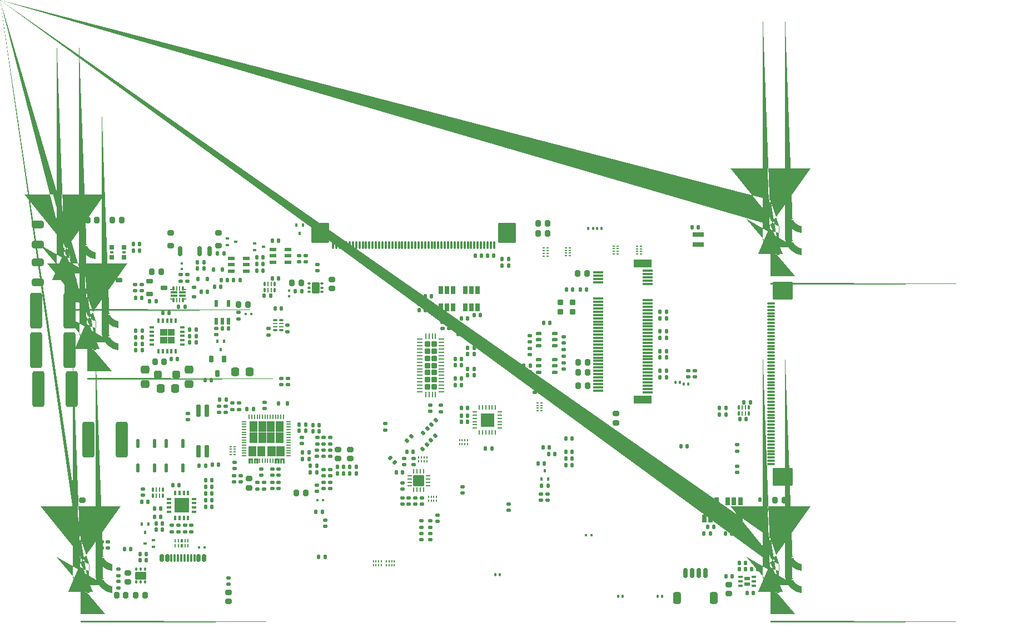
<source format=gbr>
%TF.GenerationSoftware,KiCad,Pcbnew,8.0.8*%
%TF.CreationDate,2025-02-13T16:32:42+11:00*%
%TF.ProjectId,jetson-orin-baseboard,6a657473-6f6e-42d6-9f72-696e2d626173,1.3.0*%
%TF.SameCoordinates,PX1c5f2f0PY7ac91b0*%
%TF.FileFunction,Paste,Bot*%
%TF.FilePolarity,Positive*%
%FSLAX46Y46*%
G04 Gerber Fmt 4.6, Leading zero omitted, Abs format (unit mm)*
G04 Created by KiCad (PCBNEW 8.0.8) date 2025-02-13 16:32:42*
%MOMM*%
%LPD*%
G01*
G04 APERTURE LIST*
G04 Aperture macros list*
%AMRoundRect*
0 Rectangle with rounded corners*
0 $1 Rounding radius*
0 $2 $3 $4 $5 $6 $7 $8 $9 X,Y pos of 4 corners*
0 Add a 4 corners polygon primitive as box body*
4,1,4,$2,$3,$4,$5,$6,$7,$8,$9,$2,$3,0*
0 Add four circle primitives for the rounded corners*
1,1,$1+$1,$2,$3*
1,1,$1+$1,$4,$5*
1,1,$1+$1,$6,$7*
1,1,$1+$1,$8,$9*
0 Add four rect primitives between the rounded corners*
20,1,$1+$1,$2,$3,$4,$5,0*
20,1,$1+$1,$4,$5,$6,$7,0*
20,1,$1+$1,$6,$7,$8,$9,0*
20,1,$1+$1,$8,$9,$2,$3,0*%
%AMFreePoly0*
4,1,69,-0.230686,1.377206,-0.224392,1.374598,-0.219740,1.374377,-0.212278,1.369581,-0.194638,1.362274,-0.183352,1.350988,-0.176195,1.346388,-0.173475,1.341111,-0.167048,1.334684,-0.154302,1.303915,-0.152479,1.300377,-0.152478,1.300377,-0.126925,1.183037,-0.046742,0.956635,0.061310,0.742130,0.195510,0.542938,0.353722,0.362228,0.533428,0.202877,0.731769,0.067421,0.945586,-0.041984,
1.171476,-0.123596,1.288653,-0.149890,1.292905,-0.152116,1.298636,-0.152116,1.334684,-0.167048,1.362274,-0.194638,1.377206,-0.230686,1.379127,-0.250195,1.379127,-1.083663,1.377206,-1.103172,1.362274,-1.139220,1.334684,-1.166810,1.298636,-1.181742,1.259618,-1.181742,1.255346,-1.179972,1.250752,-1.180461,0.950073,-1.116830,0.657748,-1.021949,0.377015,-0.896868,0.110984,-0.742973,
-0.137398,-0.561969,-0.365380,-0.355860,-0.570435,-0.126931,-0.750293,0.122284,-0.902959,0.389021,-1.026745,0.670328,-1.120277,0.963088,-1.181462,1.258943,-1.181742,1.259618,-1.181742,1.260294,-1.182520,1.264056,-1.182521,1.264056,-1.181742,1.271076,-1.181742,1.298636,-1.177564,1.308720,-1.176812,1.315504,-1.172101,1.321908,-1.166810,1.334684,-1.151300,1.350193,-1.146144,1.357205,
-1.142841,1.358652,-1.139220,1.362274,-1.103172,1.377206,-1.099740,1.377543,-1.098734,1.377985,-1.097101,1.377803,-1.083663,1.379127,-0.250195,1.379127,-0.230686,1.377206,-0.230686,1.377206,$1*%
%AMFreePoly1*
4,1,5,0.300000,-0.300000,-0.300000,-0.300000,-0.300000,0.300000,0.300000,0.300000,0.300000,-0.300000,0.300000,-0.300000,$1*%
G04 Aperture macros list end*
%ADD10C,0.010000*%
%ADD11C,0.000100*%
%ADD12RoundRect,0.147500X0.147500X0.172500X-0.147500X0.172500X-0.147500X-0.172500X0.147500X-0.172500X0*%
%ADD13RoundRect,0.250000X0.650000X2.450000X-0.650000X2.450000X-0.650000X-2.450000X0.650000X-2.450000X0*%
%ADD14RoundRect,0.090000X0.410000X0.210000X-0.410000X0.210000X-0.410000X-0.210000X0.410000X-0.210000X0*%
%ADD15RoundRect,0.147500X-0.147500X-0.172500X0.147500X-0.172500X0.147500X0.172500X-0.147500X0.172500X0*%
%ADD16R,0.700000X1.200000*%
%ADD17RoundRect,0.147500X-0.017678X0.226274X-0.226274X0.017678X0.017678X-0.226274X0.226274X-0.017678X0*%
%ADD18RoundRect,0.077500X0.077500X-0.297500X0.077500X0.297500X-0.077500X0.297500X-0.077500X-0.297500X0*%
%ADD19RoundRect,0.077500X0.297500X-0.077500X0.297500X0.077500X-0.297500X0.077500X-0.297500X-0.077500X0*%
%ADD20RoundRect,0.160000X-0.340000X0.240000X-0.340000X-0.240000X0.340000X-0.240000X0.340000X0.240000X0*%
%ADD21RoundRect,0.147500X0.172500X-0.147500X0.172500X0.147500X-0.172500X0.147500X-0.172500X-0.147500X0*%
%ADD22RoundRect,0.200000X0.250000X-0.200000X0.250000X0.200000X-0.250000X0.200000X-0.250000X-0.200000X0*%
%ADD23RoundRect,0.100000X-0.100000X0.125000X-0.100000X-0.125000X0.100000X-0.125000X0.100000X0.125000X0*%
%ADD24RoundRect,0.112000X-0.748000X0.448000X-0.748000X-0.448000X0.748000X-0.448000X0.748000X0.448000X0*%
%ADD25FreePoly0,90.000000*%
%ADD26FreePoly0,180.000000*%
%ADD27FreePoly0,0.000000*%
%ADD28FreePoly0,270.000000*%
%ADD29RoundRect,0.147500X-0.172500X0.147500X-0.172500X-0.147500X0.172500X-0.147500X0.172500X0.147500X0*%
%ADD30RoundRect,0.050000X-0.150000X0.050000X-0.150000X-0.050000X0.150000X-0.050000X0.150000X0.050000X0*%
%ADD31RoundRect,0.075000X-0.075000X-0.175000X0.075000X-0.175000X0.075000X0.175000X-0.075000X0.175000X0*%
%ADD32RoundRect,0.160000X0.240000X0.340000X-0.240000X0.340000X-0.240000X-0.340000X0.240000X-0.340000X0*%
%ADD33RoundRect,0.147500X0.017678X-0.226274X0.226274X-0.017678X-0.017678X0.226274X-0.226274X0.017678X0*%
%ADD34RoundRect,0.160000X0.340000X-0.240000X0.340000X0.240000X-0.340000X0.240000X-0.340000X-0.240000X0*%
%ADD35RoundRect,0.300000X0.350000X-0.300000X0.350000X0.300000X-0.350000X0.300000X-0.350000X-0.300000X0*%
%ADD36RoundRect,0.160000X-0.240000X-0.340000X0.240000X-0.340000X0.240000X0.340000X-0.240000X0.340000X0*%
%ADD37RoundRect,0.207500X0.207500X0.227500X-0.207500X0.227500X-0.207500X-0.227500X0.207500X-0.227500X0*%
%ADD38RoundRect,0.062500X0.375000X0.062500X-0.375000X0.062500X-0.375000X-0.062500X0.375000X-0.062500X0*%
%ADD39RoundRect,0.062500X0.062500X0.375000X-0.062500X0.375000X-0.062500X-0.375000X0.062500X-0.375000X0*%
%ADD40R,0.510000X0.400000*%
%ADD41RoundRect,0.050000X0.150000X-0.050000X0.150000X0.050000X-0.150000X0.050000X-0.150000X-0.050000X0*%
%ADD42R,0.550000X1.000000*%
%ADD43RoundRect,0.081250X-0.118750X-0.081250X0.118750X-0.081250X0.118750X0.081250X-0.118750X0.081250X0*%
%ADD44RoundRect,0.075000X0.225000X0.075000X-0.225000X0.075000X-0.225000X-0.075000X0.225000X-0.075000X0*%
%ADD45RoundRect,0.062500X0.237500X0.062500X-0.237500X0.062500X-0.237500X-0.062500X0.237500X-0.062500X0*%
%ADD46RoundRect,0.075000X0.075000X-0.225000X0.075000X0.225000X-0.075000X0.225000X-0.075000X-0.225000X0*%
%ADD47RoundRect,0.062500X0.062500X-0.237500X0.062500X0.237500X-0.062500X0.237500X-0.062500X-0.237500X0*%
%ADD48RoundRect,0.300000X0.300000X0.300000X-0.300000X0.300000X-0.300000X-0.300000X0.300000X-0.300000X0*%
%ADD49RoundRect,0.300000X-0.300000X-0.350000X0.300000X-0.350000X0.300000X0.350000X-0.300000X0.350000X0*%
%ADD50RoundRect,0.050000X-0.050000X-0.150000X0.050000X-0.150000X0.050000X0.150000X-0.050000X0.150000X0*%
%ADD51RoundRect,0.147500X-0.226274X-0.017678X-0.017678X-0.226274X0.226274X0.017678X0.017678X0.226274X0*%
%ADD52RoundRect,0.125000X0.125000X0.175000X-0.125000X0.175000X-0.125000X-0.175000X0.125000X-0.175000X0*%
%ADD53RoundRect,0.125000X-0.125000X-0.175000X0.125000X-0.175000X0.125000X0.175000X-0.125000X0.175000X0*%
%ADD54RoundRect,0.062500X0.062500X0.237500X-0.062500X0.237500X-0.062500X-0.237500X0.062500X-0.237500X0*%
%ADD55RoundRect,0.062500X0.237500X-0.062500X0.237500X0.062500X-0.237500X0.062500X-0.237500X-0.062500X0*%
%ADD56RoundRect,0.062500X-0.062500X-0.237500X0.062500X-0.237500X0.062500X0.237500X-0.062500X0.237500X0*%
%ADD57RoundRect,0.062500X-0.237500X0.062500X-0.237500X-0.062500X0.237500X-0.062500X0.237500X0.062500X0*%
%ADD58RoundRect,0.105000X-0.945000X0.945000X-0.945000X-0.945000X0.945000X-0.945000X0.945000X0.945000X0*%
%ADD59RoundRect,0.125000X0.175000X-0.125000X0.175000X0.125000X-0.175000X0.125000X-0.175000X-0.125000X0*%
%ADD60RoundRect,0.082500X-0.417500X0.192500X-0.417500X-0.192500X0.417500X-0.192500X0.417500X0.192500X0*%
%ADD61RoundRect,0.287500X-0.612500X0.287500X-0.612500X-0.287500X0.612500X-0.287500X0.612500X0.287500X0*%
%ADD62RoundRect,0.081250X-0.081250X0.118750X-0.081250X-0.118750X0.081250X-0.118750X0.081250X0.118750X0*%
%ADD63RoundRect,0.150000X-0.150000X-0.625000X0.150000X-0.625000X0.150000X0.625000X-0.150000X0.625000X0*%
%ADD64RoundRect,0.300000X0.300000X0.600000X-0.300000X0.600000X-0.300000X-0.600000X0.300000X-0.600000X0*%
%ADD65FreePoly1,90.000000*%
%ADD66R,0.600000X0.400000*%
%ADD67RoundRect,0.075000X-0.075000X0.225000X-0.075000X-0.225000X0.075000X-0.225000X0.075000X0.225000X0*%
%ADD68RoundRect,0.062500X-0.062500X0.237500X-0.062500X-0.237500X0.062500X-0.237500X0.062500X0.237500X0*%
%ADD69RoundRect,0.120000X0.120000X-0.580000X0.120000X0.580000X-0.120000X0.580000X-0.120000X-0.580000X0*%
%ADD70R,0.800000X0.400000*%
%ADD71R,0.400000X0.800000*%
%ADD72R,2.300000X2.300000*%
%ADD73RoundRect,0.090000X-0.210000X0.410000X-0.210000X-0.410000X0.210000X-0.410000X0.210000X0.410000X0*%
%ADD74RoundRect,0.062500X0.062500X0.212500X-0.062500X0.212500X-0.062500X-0.212500X0.062500X-0.212500X0*%
%ADD75RoundRect,0.100000X0.100000X0.175000X-0.100000X0.175000X-0.100000X-0.175000X0.100000X-0.175000X0*%
%ADD76R,0.400000X0.510000*%
%ADD77RoundRect,0.050000X0.050000X0.150000X-0.050000X0.150000X-0.050000X-0.150000X0.050000X-0.150000X0*%
%ADD78RoundRect,0.150000X0.150000X0.425000X-0.150000X0.425000X-0.150000X-0.425000X0.150000X-0.425000X0*%
%ADD79RoundRect,0.075000X0.075000X0.500000X-0.075000X0.500000X-0.075000X-0.500000X0.075000X-0.500000X0*%
%ADD80RoundRect,0.082500X0.317500X0.192500X-0.317500X0.192500X-0.317500X-0.192500X0.317500X-0.192500X0*%
%ADD81RoundRect,0.175000X-0.175000X-0.575000X0.175000X-0.575000X0.175000X0.575000X-0.175000X0.575000X0*%
%ADD82RoundRect,0.200000X-0.300000X-0.200000X0.300000X-0.200000X0.300000X0.200000X-0.300000X0.200000X0*%
%ADD83RoundRect,0.075000X-0.075000X-0.525000X0.075000X-0.525000X0.075000X0.525000X-0.075000X0.525000X0*%
%ADD84RoundRect,0.135000X-1.215000X-1.365000X1.215000X-1.365000X1.215000X1.365000X-1.215000X1.365000X0*%
%ADD85R,1.800000X0.750000*%
%ADD86RoundRect,0.082500X0.417500X-0.192500X0.417500X0.192500X-0.417500X0.192500X-0.417500X-0.192500X0*%
%ADD87RoundRect,0.075000X0.075000X0.175000X-0.075000X0.175000X-0.075000X-0.175000X0.075000X-0.175000X0*%
%ADD88RoundRect,0.287500X0.612500X-0.287500X0.612500X0.287500X-0.612500X0.287500X-0.612500X-0.287500X0*%
%ADD89RoundRect,0.081250X0.081250X-0.118750X0.081250X0.118750X-0.081250X0.118750X-0.081250X-0.118750X0*%
%ADD90RoundRect,0.097500X-0.227500X-0.827500X0.227500X-0.827500X0.227500X0.827500X-0.227500X0.827500X0*%
%ADD91R,1.550000X0.300000*%
%ADD92R,2.750000X1.200000*%
%ADD93RoundRect,0.050000X-0.075000X0.250000X-0.075000X-0.250000X0.075000X-0.250000X0.075000X0.250000X0*%
%ADD94RoundRect,0.050000X0.250000X0.075000X-0.250000X0.075000X-0.250000X-0.075000X0.250000X-0.075000X0*%
%ADD95RoundRect,0.050000X0.075000X-0.250000X0.075000X0.250000X-0.075000X0.250000X-0.075000X-0.250000X0*%
%ADD96RoundRect,0.050000X-0.250000X-0.075000X0.250000X-0.075000X0.250000X0.075000X-0.250000X0.075000X0*%
%ADD97RoundRect,0.050000X-0.790000X0.790000X-0.790000X-0.790000X0.790000X-0.790000X0.790000X0.790000X0*%
%ADD98R,0.820000X0.630000*%
%ADD99R,0.650000X0.350000*%
%ADD100RoundRect,0.100000X-0.125000X-0.100000X0.125000X-0.100000X0.125000X0.100000X-0.125000X0.100000X0*%
%ADD101RoundRect,0.112000X-0.448000X-0.748000X0.448000X-0.748000X0.448000X0.748000X-0.448000X0.748000X0*%
%ADD102RoundRect,0.050000X-0.087500X0.250000X-0.087500X-0.250000X0.087500X-0.250000X0.087500X0.250000X0*%
%ADD103RoundRect,0.050000X-0.275000X0.062500X-0.275000X-0.062500X0.275000X-0.062500X0.275000X0.062500X0*%
%ADD104RoundRect,0.050000X-0.480000X0.090000X-0.480000X-0.090000X0.480000X-0.090000X0.480000X0.090000X0*%
%ADD105RoundRect,0.081250X0.118750X0.081250X-0.118750X0.081250X-0.118750X-0.081250X0.118750X-0.081250X0*%
%ADD106RoundRect,0.050000X0.050000X-0.300000X0.050000X0.300000X-0.050000X0.300000X-0.050000X-0.300000X0*%
%ADD107RoundRect,0.050000X-0.300000X-0.050000X0.300000X-0.050000X0.300000X0.050000X-0.300000X0.050000X0*%
%ADD108RoundRect,0.090000X-0.410000X-0.210000X0.410000X-0.210000X0.410000X0.210000X-0.410000X0.210000X0*%
%ADD109RoundRect,0.075000X-0.525000X0.075000X-0.525000X-0.075000X0.525000X-0.075000X0.525000X0.075000X0*%
%ADD110RoundRect,0.135000X-1.365000X1.215000X-1.365000X-1.215000X1.365000X-1.215000X1.365000X1.215000X0*%
G04 APERTURE END LIST*
D10*
%TO.C,U22*%
X21362000Y41420500D02*
X20370000Y41420500D01*
X20370000Y42392500D01*
X21362000Y42392500D01*
X21362000Y41420500D01*
G36*
X21362000Y41420500D02*
G01*
X20370000Y41420500D01*
X20370000Y42392500D01*
X21362000Y42392500D01*
X21362000Y41420500D01*
G37*
X21362000Y40231500D02*
X20370000Y40231500D01*
X20370000Y41202500D01*
X21362000Y41202500D01*
X21362000Y40231500D01*
G36*
X21362000Y40231500D02*
G01*
X20370000Y40231500D01*
X20370000Y41202500D01*
X21362000Y41202500D01*
X21362000Y40231500D01*
G37*
X22531000Y41420500D02*
X21540000Y41420500D01*
X21540000Y42392500D01*
X22531000Y42392500D01*
X22531000Y41420500D01*
G36*
X22531000Y41420500D02*
G01*
X21540000Y41420500D01*
X21540000Y42392500D01*
X22531000Y42392500D01*
X22531000Y41420500D01*
G37*
X22531000Y40231500D02*
X21540000Y40231500D01*
X21540000Y41202500D01*
X22531000Y41202500D01*
X22531000Y40231500D01*
G36*
X22531000Y40231500D02*
G01*
X21540000Y40231500D01*
X21540000Y41202500D01*
X22531000Y41202500D01*
X22531000Y40231500D01*
G37*
%TO.C,U6*%
X34976000Y23040000D02*
X33825000Y23040000D01*
X33825000Y24509000D01*
X34976000Y24509000D01*
X34976000Y23040000D01*
G36*
X34976000Y23040000D02*
G01*
X33825000Y23040000D01*
X33825000Y24509000D01*
X34976000Y24509000D01*
X34976000Y23040000D01*
G37*
X35131000Y26798000D02*
X34011000Y26798000D01*
X34011000Y28270000D01*
X35131000Y28270000D01*
X35131000Y26798000D01*
G36*
X35131000Y26798000D02*
G01*
X34011000Y26798000D01*
X34011000Y28270000D01*
X35131000Y28270000D01*
X35131000Y26798000D01*
G37*
X35131000Y25128000D02*
X34011000Y25128000D01*
X34011000Y26599000D01*
X35131000Y26599000D01*
X35131000Y25128000D01*
G36*
X35131000Y25128000D02*
G01*
X34011000Y25128000D01*
X34011000Y26599000D01*
X35131000Y26599000D01*
X35131000Y25128000D01*
G37*
X36325000Y23040000D02*
X35176000Y23040000D01*
X35176000Y24509000D01*
X36325000Y24509000D01*
X36325000Y23040000D01*
G36*
X36325000Y23040000D02*
G01*
X35176000Y23040000D01*
X35176000Y24509000D01*
X36325000Y24509000D01*
X36325000Y23040000D01*
G37*
X36450000Y26798000D02*
X35331000Y26798000D01*
X35331000Y28270000D01*
X36450000Y28270000D01*
X36450000Y26798000D01*
G36*
X36450000Y26798000D02*
G01*
X35331000Y26798000D01*
X35331000Y28270000D01*
X36450000Y28270000D01*
X36450000Y26798000D01*
G37*
X36450000Y25128000D02*
X35331000Y25128000D01*
X35331000Y26599000D01*
X36450000Y26599000D01*
X36450000Y25128000D01*
G36*
X36450000Y25128000D02*
G01*
X35331000Y25128000D01*
X35331000Y26599000D01*
X36450000Y26599000D01*
X36450000Y25128000D01*
G37*
X37770000Y26798000D02*
X36652000Y26798000D01*
X36652000Y28270000D01*
X37770000Y28270000D01*
X37770000Y26798000D01*
G36*
X37770000Y26798000D02*
G01*
X36652000Y26798000D01*
X36652000Y28270000D01*
X37770000Y28270000D01*
X37770000Y26798000D01*
G37*
X37770000Y25128000D02*
X36652000Y25128000D01*
X36652000Y26599000D01*
X37770000Y26599000D01*
X37770000Y25128000D01*
G36*
X37770000Y25128000D02*
G01*
X36652000Y25128000D01*
X36652000Y26599000D01*
X37770000Y26599000D01*
X37770000Y25128000D01*
G37*
X37901000Y23040000D02*
X36752000Y23040000D01*
X36752000Y24509000D01*
X37901000Y24509000D01*
X37901000Y23040000D01*
G36*
X37901000Y23040000D02*
G01*
X36752000Y23040000D01*
X36752000Y24509000D01*
X37901000Y24509000D01*
X37901000Y23040000D01*
G37*
X39090000Y26798000D02*
X37970000Y26798000D01*
X37970000Y28270000D01*
X39090000Y28270000D01*
X39090000Y26798000D01*
G36*
X39090000Y26798000D02*
G01*
X37970000Y26798000D01*
X37970000Y28270000D01*
X39090000Y28270000D01*
X39090000Y26798000D01*
G37*
X39090000Y25128000D02*
X37970000Y25128000D01*
X37970000Y26599000D01*
X39090000Y26599000D01*
X39090000Y25128000D01*
G36*
X39090000Y25128000D02*
G01*
X37970000Y25128000D01*
X37970000Y26599000D01*
X39090000Y26599000D01*
X39090000Y25128000D01*
G37*
X39252000Y23040000D02*
X38101000Y23040000D01*
X38101000Y24509000D01*
X39252000Y24509000D01*
X39252000Y23040000D01*
G36*
X39252000Y23040000D02*
G01*
X38101000Y23040000D01*
X38101000Y24509000D01*
X39252000Y24509000D01*
X39252000Y23040000D01*
G37*
D11*
X34410000Y22649000D02*
X34414000Y22647000D01*
X34417000Y22647000D01*
X34418000Y22646000D01*
X34422000Y22646000D01*
X34425000Y22645000D01*
X34426000Y22642000D01*
X34427000Y22642000D01*
X34430000Y22639000D01*
X34431000Y22638000D01*
X34434000Y22637000D01*
X34435000Y22634000D01*
X34438000Y22633000D01*
X34439000Y22630000D01*
X34442000Y22629000D01*
X34442000Y22626000D01*
X34443000Y22625000D01*
X34446000Y22622000D01*
X34446000Y22619000D01*
X34447000Y22618000D01*
X34450000Y22614000D01*
X34450000Y22613000D01*
X34450000Y22610000D01*
X34450000Y22607000D01*
X34450000Y22605000D01*
X34450000Y22602000D01*
X34450000Y22599000D01*
X34450000Y22000000D01*
X34450000Y21997000D01*
X34450000Y21994000D01*
X34450000Y21992000D01*
X34450000Y21989000D01*
X34450000Y21986000D01*
X34450000Y21985000D01*
X34447000Y21981000D01*
X34446000Y21980000D01*
X34446000Y21977000D01*
X34443000Y21974000D01*
X34442000Y21973000D01*
X34442000Y21970000D01*
X34439000Y21969000D01*
X34438000Y21966000D01*
X34435000Y21965000D01*
X34434000Y21962000D01*
X34431000Y21961000D01*
X34430000Y21960000D01*
X34427000Y21957000D01*
X34426000Y21957000D01*
X34425000Y21954000D01*
X34422000Y21953000D01*
X34418000Y21953000D01*
X34417000Y21952000D01*
X34414000Y21952000D01*
X34410000Y21950000D01*
X34406000Y21949000D01*
X34405000Y21949000D01*
X34402000Y21949000D01*
X34301000Y21949000D01*
X34297000Y21949000D01*
X34293000Y21950000D01*
X34292000Y21950000D01*
X34289000Y21952000D01*
X34285000Y21952000D01*
X34284000Y21953000D01*
X34281000Y21953000D01*
X34277000Y21954000D01*
X34277000Y21957000D01*
X34273000Y21957000D01*
X34273000Y21960000D01*
X34269000Y21961000D01*
X34269000Y21962000D01*
X34265000Y21965000D01*
X34265000Y21966000D01*
X34261000Y21969000D01*
X34261000Y21970000D01*
X34260000Y21973000D01*
X34257000Y21974000D01*
X34257000Y21977000D01*
X34256000Y21980000D01*
X34253000Y21981000D01*
X34253000Y21985000D01*
X34253000Y21986000D01*
X34253000Y21989000D01*
X34253000Y21992000D01*
X34252000Y21994000D01*
X34252000Y21997000D01*
X34252000Y22000000D01*
X34252000Y22400000D01*
X34252000Y22403000D01*
X34252000Y22404000D01*
X34249000Y22408000D01*
X34249000Y22412000D01*
X34249000Y22415000D01*
X34249000Y22416000D01*
X34248000Y22420000D01*
X34245000Y22423000D01*
X34244000Y22424000D01*
X34244000Y22427000D01*
X34240000Y22428000D01*
X34240000Y22431000D01*
X34237000Y22432000D01*
X34236000Y22435000D01*
X34233000Y22436000D01*
X34232000Y22439000D01*
X34229000Y22440000D01*
X34228000Y22440000D01*
X34225000Y22443000D01*
X34224000Y22444000D01*
X34220000Y22444000D01*
X34220000Y22447000D01*
X34216000Y22448000D01*
X34213000Y22448000D01*
X34212000Y22448000D01*
X34208000Y22448000D01*
X34205000Y22448000D01*
X34204000Y22448000D01*
X34200000Y22448000D01*
X34100000Y22448000D01*
X34099000Y22448000D01*
X34095000Y22448000D01*
X34092000Y22448000D01*
X34091000Y22448000D01*
X34087000Y22448000D01*
X34083000Y22447000D01*
X34080000Y22444000D01*
X34079000Y22444000D01*
X34075000Y22443000D01*
X34075000Y22440000D01*
X34071000Y22440000D01*
X34071000Y22439000D01*
X34067000Y22436000D01*
X34067000Y22435000D01*
X34063000Y22432000D01*
X34063000Y22431000D01*
X34060000Y22428000D01*
X34059000Y22427000D01*
X34059000Y22424000D01*
X34055000Y22423000D01*
X34055000Y22420000D01*
X34055000Y22416000D01*
X34052000Y22415000D01*
X34052000Y22412000D01*
X34051000Y22408000D01*
X34051000Y22404000D01*
X34051000Y22403000D01*
X34051000Y22400000D01*
X34051000Y22000000D01*
X34051000Y21997000D01*
X34051000Y21994000D01*
X34051000Y21992000D01*
X34051000Y21989000D01*
X34050000Y21986000D01*
X34050000Y21985000D01*
X34047000Y21981000D01*
X34047000Y21980000D01*
X34047000Y21977000D01*
X34043000Y21974000D01*
X34043000Y21973000D01*
X34042000Y21970000D01*
X34039000Y21969000D01*
X34039000Y21966000D01*
X34035000Y21965000D01*
X34035000Y21962000D01*
X34031000Y21961000D01*
X34031000Y21960000D01*
X34027000Y21957000D01*
X34023000Y21954000D01*
X34022000Y21953000D01*
X34019000Y21953000D01*
X34015000Y21952000D01*
X34011000Y21950000D01*
X34010000Y21950000D01*
X34007000Y21949000D01*
X34003000Y21949000D01*
X34002000Y21949000D01*
X33902000Y21949000D01*
X33898000Y21949000D01*
X33897000Y21949000D01*
X33894000Y21950000D01*
X33890000Y21950000D01*
X33889000Y21952000D01*
X33886000Y21952000D01*
X33882000Y21953000D01*
X33878000Y21954000D01*
X33877000Y21957000D01*
X33874000Y21957000D01*
X33873000Y21960000D01*
X33870000Y21961000D01*
X33869000Y21962000D01*
X33866000Y21965000D01*
X33865000Y21966000D01*
X33861000Y21969000D01*
X33861000Y21970000D01*
X33858000Y21973000D01*
X33857000Y21974000D01*
X33857000Y21977000D01*
X33854000Y21980000D01*
X33853000Y21981000D01*
X33853000Y21985000D01*
X33853000Y21986000D01*
X33853000Y21989000D01*
X33853000Y21992000D01*
X33850000Y21994000D01*
X33850000Y21997000D01*
X33850000Y22000000D01*
X33850000Y22599000D01*
X33850000Y22602000D01*
X33850000Y22605000D01*
X33853000Y22607000D01*
X33853000Y22610000D01*
X33853000Y22613000D01*
X33853000Y22614000D01*
X33853000Y22618000D01*
X33854000Y22619000D01*
X33857000Y22622000D01*
X33857000Y22625000D01*
X33858000Y22626000D01*
X33861000Y22629000D01*
X33861000Y22630000D01*
X33865000Y22633000D01*
X33866000Y22634000D01*
X33869000Y22637000D01*
X33870000Y22638000D01*
X33873000Y22639000D01*
X33874000Y22642000D01*
X33877000Y22642000D01*
X33878000Y22645000D01*
X33882000Y22646000D01*
X33886000Y22647000D01*
X33889000Y22647000D01*
X33890000Y22649000D01*
X33894000Y22649000D01*
X33897000Y22650000D01*
X33898000Y22650000D01*
X33902000Y22650000D01*
X34402000Y22650000D01*
X34405000Y22650000D01*
X34406000Y22650000D01*
X34410000Y22649000D01*
G36*
X34410000Y22649000D02*
G01*
X34414000Y22647000D01*
X34417000Y22647000D01*
X34418000Y22646000D01*
X34422000Y22646000D01*
X34425000Y22645000D01*
X34426000Y22642000D01*
X34427000Y22642000D01*
X34430000Y22639000D01*
X34431000Y22638000D01*
X34434000Y22637000D01*
X34435000Y22634000D01*
X34438000Y22633000D01*
X34439000Y22630000D01*
X34442000Y22629000D01*
X34442000Y22626000D01*
X34443000Y22625000D01*
X34446000Y22622000D01*
X34446000Y22619000D01*
X34447000Y22618000D01*
X34450000Y22614000D01*
X34450000Y22613000D01*
X34450000Y22610000D01*
X34450000Y22607000D01*
X34450000Y22605000D01*
X34450000Y22602000D01*
X34450000Y22599000D01*
X34450000Y22000000D01*
X34450000Y21997000D01*
X34450000Y21994000D01*
X34450000Y21992000D01*
X34450000Y21989000D01*
X34450000Y21986000D01*
X34450000Y21985000D01*
X34447000Y21981000D01*
X34446000Y21980000D01*
X34446000Y21977000D01*
X34443000Y21974000D01*
X34442000Y21973000D01*
X34442000Y21970000D01*
X34439000Y21969000D01*
X34438000Y21966000D01*
X34435000Y21965000D01*
X34434000Y21962000D01*
X34431000Y21961000D01*
X34430000Y21960000D01*
X34427000Y21957000D01*
X34426000Y21957000D01*
X34425000Y21954000D01*
X34422000Y21953000D01*
X34418000Y21953000D01*
X34417000Y21952000D01*
X34414000Y21952000D01*
X34410000Y21950000D01*
X34406000Y21949000D01*
X34405000Y21949000D01*
X34402000Y21949000D01*
X34301000Y21949000D01*
X34297000Y21949000D01*
X34293000Y21950000D01*
X34292000Y21950000D01*
X34289000Y21952000D01*
X34285000Y21952000D01*
X34284000Y21953000D01*
X34281000Y21953000D01*
X34277000Y21954000D01*
X34277000Y21957000D01*
X34273000Y21957000D01*
X34273000Y21960000D01*
X34269000Y21961000D01*
X34269000Y21962000D01*
X34265000Y21965000D01*
X34265000Y21966000D01*
X34261000Y21969000D01*
X34261000Y21970000D01*
X34260000Y21973000D01*
X34257000Y21974000D01*
X34257000Y21977000D01*
X34256000Y21980000D01*
X34253000Y21981000D01*
X34253000Y21985000D01*
X34253000Y21986000D01*
X34253000Y21989000D01*
X34253000Y21992000D01*
X34252000Y21994000D01*
X34252000Y21997000D01*
X34252000Y22000000D01*
X34252000Y22400000D01*
X34252000Y22403000D01*
X34252000Y22404000D01*
X34249000Y22408000D01*
X34249000Y22412000D01*
X34249000Y22415000D01*
X34249000Y22416000D01*
X34248000Y22420000D01*
X34245000Y22423000D01*
X34244000Y22424000D01*
X34244000Y22427000D01*
X34240000Y22428000D01*
X34240000Y22431000D01*
X34237000Y22432000D01*
X34236000Y22435000D01*
X34233000Y22436000D01*
X34232000Y22439000D01*
X34229000Y22440000D01*
X34228000Y22440000D01*
X34225000Y22443000D01*
X34224000Y22444000D01*
X34220000Y22444000D01*
X34220000Y22447000D01*
X34216000Y22448000D01*
X34213000Y22448000D01*
X34212000Y22448000D01*
X34208000Y22448000D01*
X34205000Y22448000D01*
X34204000Y22448000D01*
X34200000Y22448000D01*
X34100000Y22448000D01*
X34099000Y22448000D01*
X34095000Y22448000D01*
X34092000Y22448000D01*
X34091000Y22448000D01*
X34087000Y22448000D01*
X34083000Y22447000D01*
X34080000Y22444000D01*
X34079000Y22444000D01*
X34075000Y22443000D01*
X34075000Y22440000D01*
X34071000Y22440000D01*
X34071000Y22439000D01*
X34067000Y22436000D01*
X34067000Y22435000D01*
X34063000Y22432000D01*
X34063000Y22431000D01*
X34060000Y22428000D01*
X34059000Y22427000D01*
X34059000Y22424000D01*
X34055000Y22423000D01*
X34055000Y22420000D01*
X34055000Y22416000D01*
X34052000Y22415000D01*
X34052000Y22412000D01*
X34051000Y22408000D01*
X34051000Y22404000D01*
X34051000Y22403000D01*
X34051000Y22400000D01*
X34051000Y22000000D01*
X34051000Y21997000D01*
X34051000Y21994000D01*
X34051000Y21992000D01*
X34051000Y21989000D01*
X34050000Y21986000D01*
X34050000Y21985000D01*
X34047000Y21981000D01*
X34047000Y21980000D01*
X34047000Y21977000D01*
X34043000Y21974000D01*
X34043000Y21973000D01*
X34042000Y21970000D01*
X34039000Y21969000D01*
X34039000Y21966000D01*
X34035000Y21965000D01*
X34035000Y21962000D01*
X34031000Y21961000D01*
X34031000Y21960000D01*
X34027000Y21957000D01*
X34023000Y21954000D01*
X34022000Y21953000D01*
X34019000Y21953000D01*
X34015000Y21952000D01*
X34011000Y21950000D01*
X34010000Y21950000D01*
X34007000Y21949000D01*
X34003000Y21949000D01*
X34002000Y21949000D01*
X33902000Y21949000D01*
X33898000Y21949000D01*
X33897000Y21949000D01*
X33894000Y21950000D01*
X33890000Y21950000D01*
X33889000Y21952000D01*
X33886000Y21952000D01*
X33882000Y21953000D01*
X33878000Y21954000D01*
X33877000Y21957000D01*
X33874000Y21957000D01*
X33873000Y21960000D01*
X33870000Y21961000D01*
X33869000Y21962000D01*
X33866000Y21965000D01*
X33865000Y21966000D01*
X33861000Y21969000D01*
X33861000Y21970000D01*
X33858000Y21973000D01*
X33857000Y21974000D01*
X33857000Y21977000D01*
X33854000Y21980000D01*
X33853000Y21981000D01*
X33853000Y21985000D01*
X33853000Y21986000D01*
X33853000Y21989000D01*
X33853000Y21992000D01*
X33850000Y21994000D01*
X33850000Y21997000D01*
X33850000Y22000000D01*
X33850000Y22599000D01*
X33850000Y22602000D01*
X33850000Y22605000D01*
X33853000Y22607000D01*
X33853000Y22610000D01*
X33853000Y22613000D01*
X33853000Y22614000D01*
X33853000Y22618000D01*
X33854000Y22619000D01*
X33857000Y22622000D01*
X33857000Y22625000D01*
X33858000Y22626000D01*
X33861000Y22629000D01*
X33861000Y22630000D01*
X33865000Y22633000D01*
X33866000Y22634000D01*
X33869000Y22637000D01*
X33870000Y22638000D01*
X33873000Y22639000D01*
X33874000Y22642000D01*
X33877000Y22642000D01*
X33878000Y22645000D01*
X33882000Y22646000D01*
X33886000Y22647000D01*
X33889000Y22647000D01*
X33890000Y22649000D01*
X33894000Y22649000D01*
X33897000Y22650000D01*
X33898000Y22650000D01*
X33902000Y22650000D01*
X34402000Y22650000D01*
X34405000Y22650000D01*
X34406000Y22650000D01*
X34410000Y22649000D01*
G37*
X39208000Y22649000D02*
X39211000Y22649000D01*
X39214000Y22647000D01*
X39215000Y22647000D01*
X39219000Y22646000D01*
X39220000Y22646000D01*
X39223000Y22645000D01*
X39226000Y22642000D01*
X39227000Y22642000D01*
X39230000Y22639000D01*
X39231000Y22638000D01*
X39234000Y22637000D01*
X39235000Y22634000D01*
X39238000Y22633000D01*
X39240000Y22630000D01*
X39240000Y22629000D01*
X39244000Y22626000D01*
X39244000Y22625000D01*
X39245000Y22622000D01*
X39248000Y22619000D01*
X39248000Y22618000D01*
X39248000Y22614000D01*
X39248000Y22613000D01*
X39249000Y22610000D01*
X39249000Y22607000D01*
X39252000Y22605000D01*
X39252000Y22602000D01*
X39252000Y22599000D01*
X39252000Y22000000D01*
X39252000Y21997000D01*
X39252000Y21994000D01*
X39249000Y21992000D01*
X39249000Y21989000D01*
X39248000Y21986000D01*
X39248000Y21985000D01*
X39248000Y21981000D01*
X39248000Y21980000D01*
X39245000Y21977000D01*
X39244000Y21974000D01*
X39244000Y21973000D01*
X39240000Y21970000D01*
X39240000Y21969000D01*
X39238000Y21966000D01*
X39235000Y21965000D01*
X39234000Y21962000D01*
X39231000Y21961000D01*
X39230000Y21960000D01*
X39227000Y21957000D01*
X39226000Y21957000D01*
X39223000Y21954000D01*
X39220000Y21953000D01*
X39219000Y21953000D01*
X39215000Y21952000D01*
X39214000Y21952000D01*
X39211000Y21950000D01*
X39208000Y21950000D01*
X39206000Y21949000D01*
X39203000Y21949000D01*
X39200000Y21949000D01*
X39101000Y21949000D01*
X39098000Y21949000D01*
X39095000Y21949000D01*
X39093000Y21950000D01*
X39090000Y21950000D01*
X39087000Y21952000D01*
X39086000Y21952000D01*
X39082000Y21953000D01*
X39081000Y21953000D01*
X39078000Y21954000D01*
X39075000Y21957000D01*
X39074000Y21957000D01*
X39071000Y21960000D01*
X39070000Y21961000D01*
X39067000Y21962000D01*
X39066000Y21965000D01*
X39063000Y21966000D01*
X39062000Y21969000D01*
X39061000Y21970000D01*
X39058000Y21973000D01*
X39058000Y21974000D01*
X39055000Y21977000D01*
X39054000Y21980000D01*
X39054000Y21981000D01*
X39053000Y21985000D01*
X39053000Y21986000D01*
X39051000Y21989000D01*
X39051000Y21992000D01*
X39050000Y21994000D01*
X39050000Y21997000D01*
X39050000Y22000000D01*
X39050000Y22400000D01*
X39050000Y22403000D01*
X39050000Y22404000D01*
X39050000Y22408000D01*
X39050000Y22412000D01*
X39050000Y22415000D01*
X39047000Y22416000D01*
X39046000Y22420000D01*
X39046000Y22423000D01*
X39043000Y22424000D01*
X39042000Y22427000D01*
X39042000Y22428000D01*
X39039000Y22431000D01*
X39038000Y22432000D01*
X39035000Y22435000D01*
X39034000Y22436000D01*
X39031000Y22439000D01*
X39030000Y22440000D01*
X39027000Y22440000D01*
X39026000Y22443000D01*
X39023000Y22444000D01*
X39022000Y22444000D01*
X39018000Y22447000D01*
X39015000Y22448000D01*
X39014000Y22448000D01*
X39010000Y22448000D01*
X39006000Y22448000D01*
X39003000Y22448000D01*
X39002000Y22448000D01*
X38901000Y22448000D01*
X38897000Y22448000D01*
X38893000Y22448000D01*
X38890000Y22448000D01*
X38889000Y22448000D01*
X38885000Y22448000D01*
X38882000Y22447000D01*
X38881000Y22444000D01*
X38877000Y22444000D01*
X38877000Y22443000D01*
X38873000Y22440000D01*
X38869000Y22439000D01*
X38869000Y22436000D01*
X38865000Y22435000D01*
X38865000Y22432000D01*
X38861000Y22431000D01*
X38861000Y22428000D01*
X38858000Y22427000D01*
X38857000Y22424000D01*
X38857000Y22423000D01*
X38855000Y22420000D01*
X38853000Y22416000D01*
X38852000Y22415000D01*
X38852000Y22412000D01*
X38852000Y22408000D01*
X38851000Y22404000D01*
X38851000Y22403000D01*
X38851000Y22400000D01*
X38851000Y22000000D01*
X38851000Y21997000D01*
X38851000Y21994000D01*
X38849000Y21992000D01*
X38849000Y21989000D01*
X38848000Y21986000D01*
X38848000Y21985000D01*
X38848000Y21981000D01*
X38847000Y21980000D01*
X38845000Y21977000D01*
X38844000Y21974000D01*
X38843000Y21973000D01*
X38840000Y21970000D01*
X38840000Y21969000D01*
X38837000Y21966000D01*
X38836000Y21965000D01*
X38833000Y21962000D01*
X38832000Y21961000D01*
X38829000Y21960000D01*
X38828000Y21957000D01*
X38825000Y21957000D01*
X38824000Y21954000D01*
X38820000Y21953000D01*
X38819000Y21953000D01*
X38816000Y21952000D01*
X38813000Y21952000D01*
X38811000Y21950000D01*
X38808000Y21950000D01*
X38805000Y21949000D01*
X38804000Y21949000D01*
X38800000Y21949000D01*
X38700000Y21949000D01*
X38698000Y21949000D01*
X38695000Y21949000D01*
X38692000Y21950000D01*
X38691000Y21950000D01*
X38687000Y21952000D01*
X38686000Y21952000D01*
X38683000Y21953000D01*
X38680000Y21953000D01*
X38678000Y21954000D01*
X38675000Y21957000D01*
X38671000Y21960000D01*
X38671000Y21961000D01*
X38667000Y21962000D01*
X38667000Y21965000D01*
X38663000Y21966000D01*
X38663000Y21969000D01*
X38660000Y21970000D01*
X38659000Y21973000D01*
X38659000Y21974000D01*
X38655000Y21977000D01*
X38655000Y21980000D01*
X38655000Y21981000D01*
X38652000Y21985000D01*
X38652000Y21986000D01*
X38651000Y21989000D01*
X38651000Y21992000D01*
X38651000Y21994000D01*
X38651000Y21997000D01*
X38651000Y22000000D01*
X38651000Y22599000D01*
X38651000Y22602000D01*
X38651000Y22605000D01*
X38651000Y22607000D01*
X38651000Y22610000D01*
X38652000Y22613000D01*
X38652000Y22614000D01*
X38655000Y22618000D01*
X38655000Y22619000D01*
X38655000Y22622000D01*
X38659000Y22625000D01*
X38659000Y22626000D01*
X38660000Y22629000D01*
X38663000Y22630000D01*
X38663000Y22633000D01*
X38667000Y22634000D01*
X38667000Y22637000D01*
X38671000Y22638000D01*
X38671000Y22639000D01*
X38675000Y22642000D01*
X38678000Y22645000D01*
X38680000Y22646000D01*
X38683000Y22646000D01*
X38686000Y22647000D01*
X38687000Y22647000D01*
X38691000Y22649000D01*
X38692000Y22649000D01*
X38695000Y22650000D01*
X38698000Y22650000D01*
X38700000Y22650000D01*
X39200000Y22650000D01*
X39203000Y22650000D01*
X39206000Y22650000D01*
X39208000Y22649000D01*
G36*
X39208000Y22649000D02*
G01*
X39211000Y22649000D01*
X39214000Y22647000D01*
X39215000Y22647000D01*
X39219000Y22646000D01*
X39220000Y22646000D01*
X39223000Y22645000D01*
X39226000Y22642000D01*
X39227000Y22642000D01*
X39230000Y22639000D01*
X39231000Y22638000D01*
X39234000Y22637000D01*
X39235000Y22634000D01*
X39238000Y22633000D01*
X39240000Y22630000D01*
X39240000Y22629000D01*
X39244000Y22626000D01*
X39244000Y22625000D01*
X39245000Y22622000D01*
X39248000Y22619000D01*
X39248000Y22618000D01*
X39248000Y22614000D01*
X39248000Y22613000D01*
X39249000Y22610000D01*
X39249000Y22607000D01*
X39252000Y22605000D01*
X39252000Y22602000D01*
X39252000Y22599000D01*
X39252000Y22000000D01*
X39252000Y21997000D01*
X39252000Y21994000D01*
X39249000Y21992000D01*
X39249000Y21989000D01*
X39248000Y21986000D01*
X39248000Y21985000D01*
X39248000Y21981000D01*
X39248000Y21980000D01*
X39245000Y21977000D01*
X39244000Y21974000D01*
X39244000Y21973000D01*
X39240000Y21970000D01*
X39240000Y21969000D01*
X39238000Y21966000D01*
X39235000Y21965000D01*
X39234000Y21962000D01*
X39231000Y21961000D01*
X39230000Y21960000D01*
X39227000Y21957000D01*
X39226000Y21957000D01*
X39223000Y21954000D01*
X39220000Y21953000D01*
X39219000Y21953000D01*
X39215000Y21952000D01*
X39214000Y21952000D01*
X39211000Y21950000D01*
X39208000Y21950000D01*
X39206000Y21949000D01*
X39203000Y21949000D01*
X39200000Y21949000D01*
X39101000Y21949000D01*
X39098000Y21949000D01*
X39095000Y21949000D01*
X39093000Y21950000D01*
X39090000Y21950000D01*
X39087000Y21952000D01*
X39086000Y21952000D01*
X39082000Y21953000D01*
X39081000Y21953000D01*
X39078000Y21954000D01*
X39075000Y21957000D01*
X39074000Y21957000D01*
X39071000Y21960000D01*
X39070000Y21961000D01*
X39067000Y21962000D01*
X39066000Y21965000D01*
X39063000Y21966000D01*
X39062000Y21969000D01*
X39061000Y21970000D01*
X39058000Y21973000D01*
X39058000Y21974000D01*
X39055000Y21977000D01*
X39054000Y21980000D01*
X39054000Y21981000D01*
X39053000Y21985000D01*
X39053000Y21986000D01*
X39051000Y21989000D01*
X39051000Y21992000D01*
X39050000Y21994000D01*
X39050000Y21997000D01*
X39050000Y22000000D01*
X39050000Y22400000D01*
X39050000Y22403000D01*
X39050000Y22404000D01*
X39050000Y22408000D01*
X39050000Y22412000D01*
X39050000Y22415000D01*
X39047000Y22416000D01*
X39046000Y22420000D01*
X39046000Y22423000D01*
X39043000Y22424000D01*
X39042000Y22427000D01*
X39042000Y22428000D01*
X39039000Y22431000D01*
X39038000Y22432000D01*
X39035000Y22435000D01*
X39034000Y22436000D01*
X39031000Y22439000D01*
X39030000Y22440000D01*
X39027000Y22440000D01*
X39026000Y22443000D01*
X39023000Y22444000D01*
X39022000Y22444000D01*
X39018000Y22447000D01*
X39015000Y22448000D01*
X39014000Y22448000D01*
X39010000Y22448000D01*
X39006000Y22448000D01*
X39003000Y22448000D01*
X39002000Y22448000D01*
X38901000Y22448000D01*
X38897000Y22448000D01*
X38893000Y22448000D01*
X38890000Y22448000D01*
X38889000Y22448000D01*
X38885000Y22448000D01*
X38882000Y22447000D01*
X38881000Y22444000D01*
X38877000Y22444000D01*
X38877000Y22443000D01*
X38873000Y22440000D01*
X38869000Y22439000D01*
X38869000Y22436000D01*
X38865000Y22435000D01*
X38865000Y22432000D01*
X38861000Y22431000D01*
X38861000Y22428000D01*
X38858000Y22427000D01*
X38857000Y22424000D01*
X38857000Y22423000D01*
X38855000Y22420000D01*
X38853000Y22416000D01*
X38852000Y22415000D01*
X38852000Y22412000D01*
X38852000Y22408000D01*
X38851000Y22404000D01*
X38851000Y22403000D01*
X38851000Y22400000D01*
X38851000Y22000000D01*
X38851000Y21997000D01*
X38851000Y21994000D01*
X38849000Y21992000D01*
X38849000Y21989000D01*
X38848000Y21986000D01*
X38848000Y21985000D01*
X38848000Y21981000D01*
X38847000Y21980000D01*
X38845000Y21977000D01*
X38844000Y21974000D01*
X38843000Y21973000D01*
X38840000Y21970000D01*
X38840000Y21969000D01*
X38837000Y21966000D01*
X38836000Y21965000D01*
X38833000Y21962000D01*
X38832000Y21961000D01*
X38829000Y21960000D01*
X38828000Y21957000D01*
X38825000Y21957000D01*
X38824000Y21954000D01*
X38820000Y21953000D01*
X38819000Y21953000D01*
X38816000Y21952000D01*
X38813000Y21952000D01*
X38811000Y21950000D01*
X38808000Y21950000D01*
X38805000Y21949000D01*
X38804000Y21949000D01*
X38800000Y21949000D01*
X38700000Y21949000D01*
X38698000Y21949000D01*
X38695000Y21949000D01*
X38692000Y21950000D01*
X38691000Y21950000D01*
X38687000Y21952000D01*
X38686000Y21952000D01*
X38683000Y21953000D01*
X38680000Y21953000D01*
X38678000Y21954000D01*
X38675000Y21957000D01*
X38671000Y21960000D01*
X38671000Y21961000D01*
X38667000Y21962000D01*
X38667000Y21965000D01*
X38663000Y21966000D01*
X38663000Y21969000D01*
X38660000Y21970000D01*
X38659000Y21973000D01*
X38659000Y21974000D01*
X38655000Y21977000D01*
X38655000Y21980000D01*
X38655000Y21981000D01*
X38652000Y21985000D01*
X38652000Y21986000D01*
X38651000Y21989000D01*
X38651000Y21992000D01*
X38651000Y21994000D01*
X38651000Y21997000D01*
X38651000Y22000000D01*
X38651000Y22599000D01*
X38651000Y22602000D01*
X38651000Y22605000D01*
X38651000Y22607000D01*
X38651000Y22610000D01*
X38652000Y22613000D01*
X38652000Y22614000D01*
X38655000Y22618000D01*
X38655000Y22619000D01*
X38655000Y22622000D01*
X38659000Y22625000D01*
X38659000Y22626000D01*
X38660000Y22629000D01*
X38663000Y22630000D01*
X38663000Y22633000D01*
X38667000Y22634000D01*
X38667000Y22637000D01*
X38671000Y22638000D01*
X38671000Y22639000D01*
X38675000Y22642000D01*
X38678000Y22645000D01*
X38680000Y22646000D01*
X38683000Y22646000D01*
X38686000Y22647000D01*
X38687000Y22647000D01*
X38691000Y22649000D01*
X38692000Y22649000D01*
X38695000Y22650000D01*
X38698000Y22650000D01*
X38700000Y22650000D01*
X39200000Y22650000D01*
X39203000Y22650000D01*
X39206000Y22650000D01*
X39208000Y22649000D01*
G37*
X35208000Y22649000D02*
X35210000Y22649000D01*
X35214000Y22647000D01*
X35216000Y22647000D01*
X35218000Y22646000D01*
X35220000Y22646000D01*
X35224000Y22645000D01*
X35226000Y22642000D01*
X35228000Y22642000D01*
X35230000Y22639000D01*
X35232000Y22638000D01*
X35234000Y22637000D01*
X35236000Y22634000D01*
X35238000Y22633000D01*
X35240000Y22630000D01*
X35240000Y22629000D01*
X35242000Y22626000D01*
X35244000Y22625000D01*
X35246000Y22622000D01*
X35246000Y22619000D01*
X35248000Y22618000D01*
X35248000Y22614000D01*
X35248000Y22613000D01*
X35250000Y22610000D01*
X35250000Y22607000D01*
X35250000Y22605000D01*
X35250000Y22602000D01*
X35250000Y22599000D01*
X35250000Y22000000D01*
X35250000Y21997000D01*
X35250000Y21994000D01*
X35250000Y21992000D01*
X35250000Y21989000D01*
X35248000Y21986000D01*
X35248000Y21985000D01*
X35248000Y21981000D01*
X35246000Y21980000D01*
X35246000Y21977000D01*
X35244000Y21974000D01*
X35242000Y21973000D01*
X35240000Y21970000D01*
X35240000Y21969000D01*
X35238000Y21966000D01*
X35236000Y21965000D01*
X35234000Y21962000D01*
X35232000Y21961000D01*
X35230000Y21960000D01*
X35228000Y21957000D01*
X35226000Y21957000D01*
X35224000Y21954000D01*
X35220000Y21953000D01*
X35218000Y21953000D01*
X35216000Y21952000D01*
X35214000Y21952000D01*
X35210000Y21950000D01*
X35208000Y21950000D01*
X35206000Y21949000D01*
X35204000Y21949000D01*
X35200000Y21949000D01*
X35101000Y21949000D01*
X35097000Y21949000D01*
X35095000Y21949000D01*
X35093000Y21950000D01*
X35091000Y21950000D01*
X35087000Y21952000D01*
X35085000Y21952000D01*
X35083000Y21953000D01*
X35081000Y21953000D01*
X35077000Y21954000D01*
X35075000Y21957000D01*
X35073000Y21957000D01*
X35071000Y21960000D01*
X35069000Y21961000D01*
X35067000Y21962000D01*
X35065000Y21965000D01*
X35063000Y21966000D01*
X35061000Y21969000D01*
X35061000Y21970000D01*
X35059000Y21973000D01*
X35057000Y21974000D01*
X35055000Y21977000D01*
X35055000Y21980000D01*
X35053000Y21981000D01*
X35053000Y21985000D01*
X35053000Y21986000D01*
X35051000Y21989000D01*
X35051000Y21992000D01*
X35051000Y21994000D01*
X35051000Y21997000D01*
X35051000Y22000000D01*
X35051000Y22400000D01*
X35051000Y22403000D01*
X35051000Y22404000D01*
X35051000Y22408000D01*
X35049000Y22412000D01*
X35049000Y22415000D01*
X35049000Y22416000D01*
X35047000Y22420000D01*
X35047000Y22423000D01*
X35045000Y22424000D01*
X35043000Y22427000D01*
X35041000Y22428000D01*
X35041000Y22431000D01*
X35039000Y22432000D01*
X35037000Y22435000D01*
X35035000Y22436000D01*
X35033000Y22439000D01*
X35031000Y22440000D01*
X35029000Y22440000D01*
X35027000Y22443000D01*
X35025000Y22444000D01*
X35021000Y22444000D01*
X35019000Y22447000D01*
X35017000Y22448000D01*
X35014000Y22448000D01*
X35010000Y22448000D01*
X35008000Y22448000D01*
X35006000Y22448000D01*
X35004000Y22448000D01*
X35000000Y22448000D01*
X34902000Y22448000D01*
X34898000Y22448000D01*
X34896000Y22448000D01*
X34894000Y22448000D01*
X34892000Y22448000D01*
X34888000Y22448000D01*
X34885000Y22448000D01*
X34883000Y22447000D01*
X34881000Y22444000D01*
X34877000Y22444000D01*
X34875000Y22443000D01*
X34873000Y22440000D01*
X34871000Y22440000D01*
X34869000Y22439000D01*
X34867000Y22436000D01*
X34865000Y22435000D01*
X34863000Y22432000D01*
X34861000Y22431000D01*
X34861000Y22428000D01*
X34859000Y22427000D01*
X34857000Y22424000D01*
X34855000Y22423000D01*
X34855000Y22420000D01*
X34853000Y22416000D01*
X34853000Y22415000D01*
X34853000Y22412000D01*
X34851000Y22408000D01*
X34851000Y22404000D01*
X34851000Y22403000D01*
X34851000Y22400000D01*
X34851000Y22000000D01*
X34851000Y21997000D01*
X34851000Y21994000D01*
X34849000Y21992000D01*
X34849000Y21989000D01*
X34849000Y21986000D01*
X34849000Y21985000D01*
X34847000Y21981000D01*
X34847000Y21980000D01*
X34845000Y21977000D01*
X34843000Y21974000D01*
X34843000Y21973000D01*
X34841000Y21970000D01*
X34839000Y21969000D01*
X34837000Y21966000D01*
X34835000Y21965000D01*
X34833000Y21962000D01*
X34831000Y21961000D01*
X34829000Y21960000D01*
X34827000Y21957000D01*
X34825000Y21957000D01*
X34823000Y21954000D01*
X34821000Y21953000D01*
X34819000Y21953000D01*
X34815000Y21952000D01*
X34813000Y21952000D01*
X34811000Y21950000D01*
X34809000Y21950000D01*
X34805000Y21949000D01*
X34803000Y21949000D01*
X34801000Y21949000D01*
X34700000Y21949000D01*
X34698000Y21949000D01*
X34696000Y21949000D01*
X34692000Y21950000D01*
X34690000Y21950000D01*
X34688000Y21952000D01*
X34686000Y21952000D01*
X34682000Y21953000D01*
X34680000Y21953000D01*
X34678000Y21954000D01*
X34676000Y21957000D01*
X34674000Y21957000D01*
X34672000Y21960000D01*
X34670000Y21961000D01*
X34668000Y21962000D01*
X34666000Y21965000D01*
X34664000Y21966000D01*
X34662000Y21969000D01*
X34662000Y21970000D01*
X34660000Y21973000D01*
X34658000Y21974000D01*
X34656000Y21977000D01*
X34656000Y21980000D01*
X34654000Y21981000D01*
X34654000Y21985000D01*
X34654000Y21986000D01*
X34652000Y21989000D01*
X34652000Y21992000D01*
X34652000Y21994000D01*
X34652000Y21997000D01*
X34652000Y22000000D01*
X34652000Y22599000D01*
X34652000Y22602000D01*
X34652000Y22605000D01*
X34652000Y22607000D01*
X34652000Y22610000D01*
X34654000Y22613000D01*
X34654000Y22614000D01*
X34654000Y22618000D01*
X34656000Y22619000D01*
X34656000Y22622000D01*
X34658000Y22625000D01*
X34660000Y22626000D01*
X34662000Y22629000D01*
X34662000Y22630000D01*
X34664000Y22633000D01*
X34666000Y22634000D01*
X34668000Y22637000D01*
X34670000Y22638000D01*
X34672000Y22639000D01*
X34674000Y22642000D01*
X34676000Y22642000D01*
X34678000Y22645000D01*
X34680000Y22646000D01*
X34682000Y22646000D01*
X34686000Y22647000D01*
X34688000Y22647000D01*
X34690000Y22649000D01*
X34692000Y22649000D01*
X34696000Y22650000D01*
X34698000Y22650000D01*
X34700000Y22650000D01*
X35200000Y22650000D01*
X35204000Y22650000D01*
X35206000Y22650000D01*
X35208000Y22649000D01*
G36*
X35208000Y22649000D02*
G01*
X35210000Y22649000D01*
X35214000Y22647000D01*
X35216000Y22647000D01*
X35218000Y22646000D01*
X35220000Y22646000D01*
X35224000Y22645000D01*
X35226000Y22642000D01*
X35228000Y22642000D01*
X35230000Y22639000D01*
X35232000Y22638000D01*
X35234000Y22637000D01*
X35236000Y22634000D01*
X35238000Y22633000D01*
X35240000Y22630000D01*
X35240000Y22629000D01*
X35242000Y22626000D01*
X35244000Y22625000D01*
X35246000Y22622000D01*
X35246000Y22619000D01*
X35248000Y22618000D01*
X35248000Y22614000D01*
X35248000Y22613000D01*
X35250000Y22610000D01*
X35250000Y22607000D01*
X35250000Y22605000D01*
X35250000Y22602000D01*
X35250000Y22599000D01*
X35250000Y22000000D01*
X35250000Y21997000D01*
X35250000Y21994000D01*
X35250000Y21992000D01*
X35250000Y21989000D01*
X35248000Y21986000D01*
X35248000Y21985000D01*
X35248000Y21981000D01*
X35246000Y21980000D01*
X35246000Y21977000D01*
X35244000Y21974000D01*
X35242000Y21973000D01*
X35240000Y21970000D01*
X35240000Y21969000D01*
X35238000Y21966000D01*
X35236000Y21965000D01*
X35234000Y21962000D01*
X35232000Y21961000D01*
X35230000Y21960000D01*
X35228000Y21957000D01*
X35226000Y21957000D01*
X35224000Y21954000D01*
X35220000Y21953000D01*
X35218000Y21953000D01*
X35216000Y21952000D01*
X35214000Y21952000D01*
X35210000Y21950000D01*
X35208000Y21950000D01*
X35206000Y21949000D01*
X35204000Y21949000D01*
X35200000Y21949000D01*
X35101000Y21949000D01*
X35097000Y21949000D01*
X35095000Y21949000D01*
X35093000Y21950000D01*
X35091000Y21950000D01*
X35087000Y21952000D01*
X35085000Y21952000D01*
X35083000Y21953000D01*
X35081000Y21953000D01*
X35077000Y21954000D01*
X35075000Y21957000D01*
X35073000Y21957000D01*
X35071000Y21960000D01*
X35069000Y21961000D01*
X35067000Y21962000D01*
X35065000Y21965000D01*
X35063000Y21966000D01*
X35061000Y21969000D01*
X35061000Y21970000D01*
X35059000Y21973000D01*
X35057000Y21974000D01*
X35055000Y21977000D01*
X35055000Y21980000D01*
X35053000Y21981000D01*
X35053000Y21985000D01*
X35053000Y21986000D01*
X35051000Y21989000D01*
X35051000Y21992000D01*
X35051000Y21994000D01*
X35051000Y21997000D01*
X35051000Y22000000D01*
X35051000Y22400000D01*
X35051000Y22403000D01*
X35051000Y22404000D01*
X35051000Y22408000D01*
X35049000Y22412000D01*
X35049000Y22415000D01*
X35049000Y22416000D01*
X35047000Y22420000D01*
X35047000Y22423000D01*
X35045000Y22424000D01*
X35043000Y22427000D01*
X35041000Y22428000D01*
X35041000Y22431000D01*
X35039000Y22432000D01*
X35037000Y22435000D01*
X35035000Y22436000D01*
X35033000Y22439000D01*
X35031000Y22440000D01*
X35029000Y22440000D01*
X35027000Y22443000D01*
X35025000Y22444000D01*
X35021000Y22444000D01*
X35019000Y22447000D01*
X35017000Y22448000D01*
X35014000Y22448000D01*
X35010000Y22448000D01*
X35008000Y22448000D01*
X35006000Y22448000D01*
X35004000Y22448000D01*
X35000000Y22448000D01*
X34902000Y22448000D01*
X34898000Y22448000D01*
X34896000Y22448000D01*
X34894000Y22448000D01*
X34892000Y22448000D01*
X34888000Y22448000D01*
X34885000Y22448000D01*
X34883000Y22447000D01*
X34881000Y22444000D01*
X34877000Y22444000D01*
X34875000Y22443000D01*
X34873000Y22440000D01*
X34871000Y22440000D01*
X34869000Y22439000D01*
X34867000Y22436000D01*
X34865000Y22435000D01*
X34863000Y22432000D01*
X34861000Y22431000D01*
X34861000Y22428000D01*
X34859000Y22427000D01*
X34857000Y22424000D01*
X34855000Y22423000D01*
X34855000Y22420000D01*
X34853000Y22416000D01*
X34853000Y22415000D01*
X34853000Y22412000D01*
X34851000Y22408000D01*
X34851000Y22404000D01*
X34851000Y22403000D01*
X34851000Y22400000D01*
X34851000Y22000000D01*
X34851000Y21997000D01*
X34851000Y21994000D01*
X34849000Y21992000D01*
X34849000Y21989000D01*
X34849000Y21986000D01*
X34849000Y21985000D01*
X34847000Y21981000D01*
X34847000Y21980000D01*
X34845000Y21977000D01*
X34843000Y21974000D01*
X34843000Y21973000D01*
X34841000Y21970000D01*
X34839000Y21969000D01*
X34837000Y21966000D01*
X34835000Y21965000D01*
X34833000Y21962000D01*
X34831000Y21961000D01*
X34829000Y21960000D01*
X34827000Y21957000D01*
X34825000Y21957000D01*
X34823000Y21954000D01*
X34821000Y21953000D01*
X34819000Y21953000D01*
X34815000Y21952000D01*
X34813000Y21952000D01*
X34811000Y21950000D01*
X34809000Y21950000D01*
X34805000Y21949000D01*
X34803000Y21949000D01*
X34801000Y21949000D01*
X34700000Y21949000D01*
X34698000Y21949000D01*
X34696000Y21949000D01*
X34692000Y21950000D01*
X34690000Y21950000D01*
X34688000Y21952000D01*
X34686000Y21952000D01*
X34682000Y21953000D01*
X34680000Y21953000D01*
X34678000Y21954000D01*
X34676000Y21957000D01*
X34674000Y21957000D01*
X34672000Y21960000D01*
X34670000Y21961000D01*
X34668000Y21962000D01*
X34666000Y21965000D01*
X34664000Y21966000D01*
X34662000Y21969000D01*
X34662000Y21970000D01*
X34660000Y21973000D01*
X34658000Y21974000D01*
X34656000Y21977000D01*
X34656000Y21980000D01*
X34654000Y21981000D01*
X34654000Y21985000D01*
X34654000Y21986000D01*
X34652000Y21989000D01*
X34652000Y21992000D01*
X34652000Y21994000D01*
X34652000Y21997000D01*
X34652000Y22000000D01*
X34652000Y22599000D01*
X34652000Y22602000D01*
X34652000Y22605000D01*
X34652000Y22607000D01*
X34652000Y22610000D01*
X34654000Y22613000D01*
X34654000Y22614000D01*
X34654000Y22618000D01*
X34656000Y22619000D01*
X34656000Y22622000D01*
X34658000Y22625000D01*
X34660000Y22626000D01*
X34662000Y22629000D01*
X34662000Y22630000D01*
X34664000Y22633000D01*
X34666000Y22634000D01*
X34668000Y22637000D01*
X34670000Y22638000D01*
X34672000Y22639000D01*
X34674000Y22642000D01*
X34676000Y22642000D01*
X34678000Y22645000D01*
X34680000Y22646000D01*
X34682000Y22646000D01*
X34686000Y22647000D01*
X34688000Y22647000D01*
X34690000Y22649000D01*
X34692000Y22649000D01*
X34696000Y22650000D01*
X34698000Y22650000D01*
X34700000Y22650000D01*
X35200000Y22650000D01*
X35204000Y22650000D01*
X35206000Y22650000D01*
X35208000Y22649000D01*
G37*
X38409000Y22649000D02*
X38411000Y22649000D01*
X38413000Y22647000D01*
X38415000Y22647000D01*
X38419000Y22646000D01*
X38421000Y22646000D01*
X38423000Y22645000D01*
X38425000Y22642000D01*
X38427000Y22642000D01*
X38429000Y22639000D01*
X38431000Y22638000D01*
X38433000Y22637000D01*
X38435000Y22634000D01*
X38437000Y22633000D01*
X38439000Y22630000D01*
X38441000Y22629000D01*
X38443000Y22626000D01*
X38443000Y22625000D01*
X38445000Y22622000D01*
X38447000Y22619000D01*
X38447000Y22618000D01*
X38449000Y22614000D01*
X38449000Y22613000D01*
X38449000Y22610000D01*
X38449000Y22607000D01*
X38451000Y22605000D01*
X38451000Y22602000D01*
X38451000Y22599000D01*
X38451000Y22000000D01*
X38451000Y21997000D01*
X38451000Y21994000D01*
X38449000Y21992000D01*
X38449000Y21989000D01*
X38449000Y21986000D01*
X38449000Y21985000D01*
X38447000Y21981000D01*
X38447000Y21980000D01*
X38445000Y21977000D01*
X38443000Y21974000D01*
X38443000Y21973000D01*
X38441000Y21970000D01*
X38439000Y21969000D01*
X38437000Y21966000D01*
X38435000Y21965000D01*
X38433000Y21962000D01*
X38431000Y21961000D01*
X38429000Y21960000D01*
X38427000Y21957000D01*
X38425000Y21957000D01*
X38423000Y21954000D01*
X38421000Y21953000D01*
X38419000Y21953000D01*
X38415000Y21952000D01*
X38413000Y21952000D01*
X38411000Y21950000D01*
X38409000Y21950000D01*
X38405000Y21949000D01*
X38403000Y21949000D01*
X38401000Y21949000D01*
X38300000Y21949000D01*
X38298000Y21949000D01*
X38296000Y21949000D01*
X38292000Y21950000D01*
X38290000Y21950000D01*
X38288000Y21952000D01*
X38286000Y21952000D01*
X38282000Y21953000D01*
X38280000Y21953000D01*
X38278000Y21954000D01*
X38276000Y21957000D01*
X38274000Y21957000D01*
X38272000Y21960000D01*
X38270000Y21961000D01*
X38268000Y21962000D01*
X38266000Y21965000D01*
X38264000Y21966000D01*
X38262000Y21969000D01*
X38260000Y21970000D01*
X38258000Y21973000D01*
X38258000Y21974000D01*
X38256000Y21977000D01*
X38254000Y21980000D01*
X38254000Y21981000D01*
X38252000Y21985000D01*
X38252000Y21986000D01*
X38252000Y21989000D01*
X38252000Y21992000D01*
X38250000Y21994000D01*
X38250000Y21997000D01*
X38250000Y22000000D01*
X38250000Y22400000D01*
X38250000Y22403000D01*
X38250000Y22404000D01*
X38250000Y22408000D01*
X38248000Y22412000D01*
X38248000Y22415000D01*
X38248000Y22416000D01*
X38246000Y22420000D01*
X38246000Y22423000D01*
X38244000Y22424000D01*
X38242000Y22427000D01*
X38240000Y22428000D01*
X38240000Y22431000D01*
X38238000Y22432000D01*
X38236000Y22435000D01*
X38234000Y22436000D01*
X38232000Y22439000D01*
X38230000Y22440000D01*
X38228000Y22440000D01*
X38226000Y22443000D01*
X38224000Y22444000D01*
X38220000Y22444000D01*
X38218000Y22447000D01*
X38216000Y22448000D01*
X38213000Y22448000D01*
X38211000Y22448000D01*
X38209000Y22448000D01*
X38205000Y22448000D01*
X38203000Y22448000D01*
X38201000Y22448000D01*
X38101000Y22448000D01*
X38097000Y22448000D01*
X38095000Y22448000D01*
X38093000Y22448000D01*
X38091000Y22448000D01*
X38087000Y22448000D01*
X38086000Y22448000D01*
X38082000Y22447000D01*
X38080000Y22444000D01*
X38078000Y22444000D01*
X38076000Y22443000D01*
X38074000Y22440000D01*
X38072000Y22440000D01*
X38070000Y22439000D01*
X38068000Y22436000D01*
X38066000Y22435000D01*
X38064000Y22432000D01*
X38062000Y22431000D01*
X38060000Y22428000D01*
X38058000Y22427000D01*
X38058000Y22424000D01*
X38056000Y22423000D01*
X38054000Y22420000D01*
X38054000Y22416000D01*
X38052000Y22415000D01*
X38052000Y22412000D01*
X38052000Y22408000D01*
X38050000Y22404000D01*
X38050000Y22403000D01*
X38050000Y22400000D01*
X38050000Y22000000D01*
X38050000Y21997000D01*
X38050000Y21994000D01*
X38050000Y21992000D01*
X38050000Y21989000D01*
X38048000Y21986000D01*
X38048000Y21985000D01*
X38048000Y21981000D01*
X38046000Y21980000D01*
X38046000Y21977000D01*
X38044000Y21974000D01*
X38042000Y21973000D01*
X38040000Y21970000D01*
X38040000Y21969000D01*
X38038000Y21966000D01*
X38036000Y21965000D01*
X38034000Y21962000D01*
X38032000Y21961000D01*
X38030000Y21960000D01*
X38028000Y21957000D01*
X38026000Y21957000D01*
X38024000Y21954000D01*
X38020000Y21953000D01*
X38018000Y21953000D01*
X38016000Y21952000D01*
X38014000Y21952000D01*
X38010000Y21950000D01*
X38008000Y21950000D01*
X38006000Y21949000D01*
X38004000Y21949000D01*
X38000000Y21949000D01*
X37901000Y21949000D01*
X37897000Y21949000D01*
X37895000Y21949000D01*
X37893000Y21950000D01*
X37891000Y21950000D01*
X37887000Y21952000D01*
X37885000Y21952000D01*
X37883000Y21953000D01*
X37881000Y21953000D01*
X37877000Y21954000D01*
X37875000Y21957000D01*
X37873000Y21957000D01*
X37871000Y21960000D01*
X37869000Y21961000D01*
X37867000Y21962000D01*
X37865000Y21965000D01*
X37863000Y21966000D01*
X37861000Y21969000D01*
X37861000Y21970000D01*
X37859000Y21973000D01*
X37857000Y21974000D01*
X37855000Y21977000D01*
X37855000Y21980000D01*
X37853000Y21981000D01*
X37853000Y21985000D01*
X37853000Y21986000D01*
X37851000Y21989000D01*
X37851000Y21992000D01*
X37851000Y21994000D01*
X37851000Y21997000D01*
X37851000Y22000000D01*
X37851000Y22599000D01*
X37851000Y22602000D01*
X37851000Y22605000D01*
X37851000Y22607000D01*
X37851000Y22610000D01*
X37853000Y22613000D01*
X37853000Y22614000D01*
X37853000Y22618000D01*
X37855000Y22619000D01*
X37855000Y22622000D01*
X37857000Y22625000D01*
X37859000Y22626000D01*
X37861000Y22629000D01*
X37861000Y22630000D01*
X37863000Y22633000D01*
X37865000Y22634000D01*
X37867000Y22637000D01*
X37869000Y22638000D01*
X37871000Y22639000D01*
X37873000Y22642000D01*
X37875000Y22642000D01*
X37877000Y22645000D01*
X37881000Y22646000D01*
X37883000Y22646000D01*
X37885000Y22647000D01*
X37887000Y22647000D01*
X37891000Y22649000D01*
X37893000Y22649000D01*
X37895000Y22650000D01*
X37897000Y22650000D01*
X37901000Y22650000D01*
X38401000Y22650000D01*
X38403000Y22650000D01*
X38405000Y22650000D01*
X38409000Y22649000D01*
G36*
X38409000Y22649000D02*
G01*
X38411000Y22649000D01*
X38413000Y22647000D01*
X38415000Y22647000D01*
X38419000Y22646000D01*
X38421000Y22646000D01*
X38423000Y22645000D01*
X38425000Y22642000D01*
X38427000Y22642000D01*
X38429000Y22639000D01*
X38431000Y22638000D01*
X38433000Y22637000D01*
X38435000Y22634000D01*
X38437000Y22633000D01*
X38439000Y22630000D01*
X38441000Y22629000D01*
X38443000Y22626000D01*
X38443000Y22625000D01*
X38445000Y22622000D01*
X38447000Y22619000D01*
X38447000Y22618000D01*
X38449000Y22614000D01*
X38449000Y22613000D01*
X38449000Y22610000D01*
X38449000Y22607000D01*
X38451000Y22605000D01*
X38451000Y22602000D01*
X38451000Y22599000D01*
X38451000Y22000000D01*
X38451000Y21997000D01*
X38451000Y21994000D01*
X38449000Y21992000D01*
X38449000Y21989000D01*
X38449000Y21986000D01*
X38449000Y21985000D01*
X38447000Y21981000D01*
X38447000Y21980000D01*
X38445000Y21977000D01*
X38443000Y21974000D01*
X38443000Y21973000D01*
X38441000Y21970000D01*
X38439000Y21969000D01*
X38437000Y21966000D01*
X38435000Y21965000D01*
X38433000Y21962000D01*
X38431000Y21961000D01*
X38429000Y21960000D01*
X38427000Y21957000D01*
X38425000Y21957000D01*
X38423000Y21954000D01*
X38421000Y21953000D01*
X38419000Y21953000D01*
X38415000Y21952000D01*
X38413000Y21952000D01*
X38411000Y21950000D01*
X38409000Y21950000D01*
X38405000Y21949000D01*
X38403000Y21949000D01*
X38401000Y21949000D01*
X38300000Y21949000D01*
X38298000Y21949000D01*
X38296000Y21949000D01*
X38292000Y21950000D01*
X38290000Y21950000D01*
X38288000Y21952000D01*
X38286000Y21952000D01*
X38282000Y21953000D01*
X38280000Y21953000D01*
X38278000Y21954000D01*
X38276000Y21957000D01*
X38274000Y21957000D01*
X38272000Y21960000D01*
X38270000Y21961000D01*
X38268000Y21962000D01*
X38266000Y21965000D01*
X38264000Y21966000D01*
X38262000Y21969000D01*
X38260000Y21970000D01*
X38258000Y21973000D01*
X38258000Y21974000D01*
X38256000Y21977000D01*
X38254000Y21980000D01*
X38254000Y21981000D01*
X38252000Y21985000D01*
X38252000Y21986000D01*
X38252000Y21989000D01*
X38252000Y21992000D01*
X38250000Y21994000D01*
X38250000Y21997000D01*
X38250000Y22000000D01*
X38250000Y22400000D01*
X38250000Y22403000D01*
X38250000Y22404000D01*
X38250000Y22408000D01*
X38248000Y22412000D01*
X38248000Y22415000D01*
X38248000Y22416000D01*
X38246000Y22420000D01*
X38246000Y22423000D01*
X38244000Y22424000D01*
X38242000Y22427000D01*
X38240000Y22428000D01*
X38240000Y22431000D01*
X38238000Y22432000D01*
X38236000Y22435000D01*
X38234000Y22436000D01*
X38232000Y22439000D01*
X38230000Y22440000D01*
X38228000Y22440000D01*
X38226000Y22443000D01*
X38224000Y22444000D01*
X38220000Y22444000D01*
X38218000Y22447000D01*
X38216000Y22448000D01*
X38213000Y22448000D01*
X38211000Y22448000D01*
X38209000Y22448000D01*
X38205000Y22448000D01*
X38203000Y22448000D01*
X38201000Y22448000D01*
X38101000Y22448000D01*
X38097000Y22448000D01*
X38095000Y22448000D01*
X38093000Y22448000D01*
X38091000Y22448000D01*
X38087000Y22448000D01*
X38086000Y22448000D01*
X38082000Y22447000D01*
X38080000Y22444000D01*
X38078000Y22444000D01*
X38076000Y22443000D01*
X38074000Y22440000D01*
X38072000Y22440000D01*
X38070000Y22439000D01*
X38068000Y22436000D01*
X38066000Y22435000D01*
X38064000Y22432000D01*
X38062000Y22431000D01*
X38060000Y22428000D01*
X38058000Y22427000D01*
X38058000Y22424000D01*
X38056000Y22423000D01*
X38054000Y22420000D01*
X38054000Y22416000D01*
X38052000Y22415000D01*
X38052000Y22412000D01*
X38052000Y22408000D01*
X38050000Y22404000D01*
X38050000Y22403000D01*
X38050000Y22400000D01*
X38050000Y22000000D01*
X38050000Y21997000D01*
X38050000Y21994000D01*
X38050000Y21992000D01*
X38050000Y21989000D01*
X38048000Y21986000D01*
X38048000Y21985000D01*
X38048000Y21981000D01*
X38046000Y21980000D01*
X38046000Y21977000D01*
X38044000Y21974000D01*
X38042000Y21973000D01*
X38040000Y21970000D01*
X38040000Y21969000D01*
X38038000Y21966000D01*
X38036000Y21965000D01*
X38034000Y21962000D01*
X38032000Y21961000D01*
X38030000Y21960000D01*
X38028000Y21957000D01*
X38026000Y21957000D01*
X38024000Y21954000D01*
X38020000Y21953000D01*
X38018000Y21953000D01*
X38016000Y21952000D01*
X38014000Y21952000D01*
X38010000Y21950000D01*
X38008000Y21950000D01*
X38006000Y21949000D01*
X38004000Y21949000D01*
X38000000Y21949000D01*
X37901000Y21949000D01*
X37897000Y21949000D01*
X37895000Y21949000D01*
X37893000Y21950000D01*
X37891000Y21950000D01*
X37887000Y21952000D01*
X37885000Y21952000D01*
X37883000Y21953000D01*
X37881000Y21953000D01*
X37877000Y21954000D01*
X37875000Y21957000D01*
X37873000Y21957000D01*
X37871000Y21960000D01*
X37869000Y21961000D01*
X37867000Y21962000D01*
X37865000Y21965000D01*
X37863000Y21966000D01*
X37861000Y21969000D01*
X37861000Y21970000D01*
X37859000Y21973000D01*
X37857000Y21974000D01*
X37855000Y21977000D01*
X37855000Y21980000D01*
X37853000Y21981000D01*
X37853000Y21985000D01*
X37853000Y21986000D01*
X37851000Y21989000D01*
X37851000Y21992000D01*
X37851000Y21994000D01*
X37851000Y21997000D01*
X37851000Y22000000D01*
X37851000Y22599000D01*
X37851000Y22602000D01*
X37851000Y22605000D01*
X37851000Y22607000D01*
X37851000Y22610000D01*
X37853000Y22613000D01*
X37853000Y22614000D01*
X37853000Y22618000D01*
X37855000Y22619000D01*
X37855000Y22622000D01*
X37857000Y22625000D01*
X37859000Y22626000D01*
X37861000Y22629000D01*
X37861000Y22630000D01*
X37863000Y22633000D01*
X37865000Y22634000D01*
X37867000Y22637000D01*
X37869000Y22638000D01*
X37871000Y22639000D01*
X37873000Y22642000D01*
X37875000Y22642000D01*
X37877000Y22645000D01*
X37881000Y22646000D01*
X37883000Y22646000D01*
X37885000Y22647000D01*
X37887000Y22647000D01*
X37891000Y22649000D01*
X37893000Y22649000D01*
X37895000Y22650000D01*
X37897000Y22650000D01*
X37901000Y22650000D01*
X38401000Y22650000D01*
X38403000Y22650000D01*
X38405000Y22650000D01*
X38409000Y22649000D01*
G37*
%TD*%
D12*
%TO.C,R262*%
X30420000Y31600000D03*
X29460000Y31600000D03*
%TD*%
D13*
%TO.C,C82*%
X6600000Y39150000D03*
X1500000Y39150000D03*
%TD*%
D14*
%TO.C,Q16*%
X14150000Y51726000D03*
X14150000Y49826000D03*
X11950000Y50775500D03*
%TD*%
D15*
%TO.C,R69*%
X43670000Y26800000D03*
X44630000Y26800000D03*
%TD*%
D16*
%TO.C,U25*%
X103253000Y16101000D03*
X104204000Y16101000D03*
X105154000Y16101000D03*
X105154000Y13501000D03*
X104204000Y13501000D03*
X103253000Y13501000D03*
%TD*%
D17*
%TO.C,R212*%
X62399411Y28499411D03*
X61720589Y27820589D03*
%TD*%
D12*
%TO.C,C118*%
X36030000Y52250000D03*
X35070000Y52250000D03*
%TD*%
D18*
%TO.C,U22*%
X22751000Y38985500D03*
X22102000Y38985500D03*
X21450000Y38985500D03*
X20800000Y38985500D03*
X20150000Y38985500D03*
D19*
X19125000Y40011500D03*
X19125000Y40660500D03*
X19125000Y41312500D03*
X19125000Y41962500D03*
X19125000Y42612500D03*
D18*
X20150000Y43637500D03*
X20800000Y43637500D03*
X21450000Y43637500D03*
X22102000Y43637500D03*
X22751000Y43637500D03*
D19*
X23777000Y42612500D03*
X23777000Y41962500D03*
X23777000Y41312500D03*
X23777000Y40660500D03*
X23777000Y40011500D03*
%TD*%
D20*
%TO.C,D8*%
X30800000Y850000D03*
X30800000Y2250000D03*
%TD*%
D12*
%TO.C,R57*%
X28280000Y16300000D03*
X27320000Y16300000D03*
%TD*%
D15*
%TO.C,R266*%
X78670000Y24350000D03*
X79630000Y24350000D03*
%TD*%
D21*
%TO.C,C30*%
X35800000Y20082500D03*
X35800000Y21042500D03*
%TD*%
D22*
%TO.C,Y1*%
X83191000Y44967000D03*
X81339000Y44967000D03*
X81339000Y46415000D03*
X83191000Y46415000D03*
%TD*%
D21*
%TO.C,R179*%
X78401750Y32745000D03*
X78401750Y33705000D03*
%TD*%
%TO.C,C142*%
X32280000Y43910000D03*
X32280000Y44870000D03*
%TD*%
D15*
%TO.C,R135*%
X82170000Y25650000D03*
X83130000Y25650000D03*
%TD*%
%TO.C,C98*%
X68370000Y53500000D03*
X69330000Y53500000D03*
%TD*%
%TO.C,R11*%
X105570000Y29350000D03*
X106530000Y29350000D03*
%TD*%
D12*
%TO.C,R41*%
X42530000Y27800000D03*
X41570000Y27800000D03*
%TD*%
D15*
%TO.C,C135*%
X65320000Y34800000D03*
X66280000Y34800000D03*
%TD*%
D23*
%TO.C,U8*%
X16773000Y5780000D03*
X17425000Y5780000D03*
X18075000Y5780000D03*
X18075000Y3832000D03*
X17425000Y3832000D03*
X16773000Y3832000D03*
D24*
X17425000Y4805000D03*
%TD*%
D25*
%TO.C,H3*%
X116700000Y3300000D03*
D26*
X116700000Y6700000D03*
D27*
X113300000Y3300000D03*
D28*
X113300000Y6700000D03*
%TD*%
D29*
%TO.C,C145*%
X22150000Y12430000D03*
X22150000Y11470000D03*
%TD*%
D15*
%TO.C,R10*%
X60770000Y47350000D03*
X61730000Y47350000D03*
%TD*%
D21*
%TO.C,R281*%
X60150000Y10270000D03*
X60150000Y11230000D03*
%TD*%
D30*
%TO.C,R122*%
X79428000Y54690000D03*
X79428000Y54292000D03*
X79428000Y53890000D03*
X79428000Y53492000D03*
X78830000Y53492000D03*
X78830000Y53890000D03*
X78830000Y54292000D03*
X78830000Y54690000D03*
%TD*%
D12*
%TO.C,C31*%
X20480000Y13750000D03*
X19520000Y13750000D03*
%TD*%
D15*
%TO.C,R150*%
X24895000Y42275000D03*
X25855000Y42275000D03*
%TD*%
%TO.C,R23*%
X77920000Y21850000D03*
X78880000Y21850000D03*
%TD*%
D31*
%TO.C,D59*%
X96149000Y1600000D03*
X96849000Y1600000D03*
%TD*%
D13*
%TO.C,C80*%
X6900000Y33225000D03*
X1800000Y33225000D03*
%TD*%
D15*
%TO.C,C90*%
X66270000Y44000000D03*
X67230000Y44000000D03*
%TD*%
%TO.C,R12*%
X105570000Y30350000D03*
X106530000Y30350000D03*
%TD*%
D32*
%TO.C,R273*%
X41850000Y49350000D03*
X40450000Y49350000D03*
%TD*%
D15*
%TO.C,C139*%
X59795000Y46200000D03*
X60755000Y46200000D03*
%TD*%
D29*
%TO.C,R128*%
X73500000Y15730000D03*
X73500000Y14770000D03*
%TD*%
%TO.C,C158*%
X17790000Y17980000D03*
X17790000Y17020000D03*
%TD*%
D21*
%TO.C,C146*%
X25150000Y11470000D03*
X25150000Y12430000D03*
%TD*%
D29*
%TO.C,R279*%
X60150000Y13130000D03*
X60150000Y12170000D03*
%TD*%
D12*
%TO.C,R114*%
X83130000Y21650000D03*
X82170000Y21650000D03*
%TD*%
D33*
%TO.C,R213*%
X60400589Y26500589D03*
X61079411Y27179411D03*
%TD*%
D15*
%TO.C,C99*%
X70255000Y53500000D03*
X71215000Y53500000D03*
%TD*%
%TO.C,R149*%
X24895000Y41300000D03*
X25855000Y41300000D03*
%TD*%
D34*
%TO.C,C77*%
X8540000Y14910000D03*
X8540000Y16310000D03*
%TD*%
D21*
%TO.C,R275*%
X24550000Y49680000D03*
X24550000Y50640000D03*
%TD*%
%TO.C,R205*%
X54650000Y26970000D03*
X54650000Y27930000D03*
%TD*%
D15*
%TO.C,R17*%
X78770000Y43330000D03*
X79730000Y43330000D03*
%TD*%
D32*
%TO.C,C22*%
X85450000Y37250000D03*
X84050000Y37250000D03*
%TD*%
D29*
%TO.C,R105*%
X30800000Y4430000D03*
X30800000Y3470000D03*
%TD*%
D15*
%TO.C,R146*%
X22070000Y37800000D03*
X23030000Y37800000D03*
%TD*%
D21*
%TO.C,R98*%
X45250000Y19970000D03*
X45250000Y20930000D03*
%TD*%
D29*
%TO.C,R217*%
X57550000Y22630000D03*
X57550000Y21670000D03*
%TD*%
D12*
%TO.C,R245*%
X83130000Y23650000D03*
X82170000Y23650000D03*
%TD*%
D35*
%TO.C,FB3*%
X18050000Y34012500D03*
X18050000Y36212500D03*
%TD*%
D15*
%TO.C,C50*%
X18800000Y46560000D03*
X19760000Y46560000D03*
%TD*%
D21*
%TO.C,R37*%
X81850000Y40250000D03*
X81850000Y41210000D03*
%TD*%
D36*
%TO.C,D25*%
X79350000Y56950000D03*
X77950000Y56950000D03*
%TD*%
D15*
%TO.C,R7*%
X107470000Y12200000D03*
X108430000Y12200000D03*
%TD*%
D21*
%TO.C,R44*%
X36175000Y17995000D03*
X36175000Y18955000D03*
%TD*%
D37*
%TO.C,U36*%
X62080000Y33560000D03*
X62080000Y34640000D03*
X62080000Y35720000D03*
X62080000Y36800000D03*
X62080000Y37881000D03*
X62080000Y38961000D03*
X62080000Y40042000D03*
X61062000Y33560000D03*
X61062000Y34640000D03*
X61062000Y35720000D03*
X61062000Y36800000D03*
X61062000Y37881000D03*
X61062000Y38961000D03*
X61062000Y40042000D03*
D38*
X63258000Y40800000D03*
X63258000Y40300000D03*
X63258000Y39800000D03*
X63258000Y39300000D03*
X63258000Y38800000D03*
X63258000Y38300000D03*
X63258000Y37800000D03*
X63258000Y37300000D03*
X63258000Y36800000D03*
X63258000Y36300000D03*
X63258000Y35800000D03*
X63258000Y35300000D03*
X63258000Y34800000D03*
X63258000Y34300000D03*
X63258000Y33800000D03*
X63258000Y33300000D03*
X63258000Y32800000D03*
D39*
X62320000Y32363000D03*
X61820000Y32363000D03*
X61320000Y32363000D03*
X60820000Y32363000D03*
D38*
X59883000Y32800000D03*
X59883000Y33300000D03*
X59883000Y33800000D03*
X59883000Y34300000D03*
X59883000Y34800000D03*
X59883000Y35300000D03*
X59883000Y35800000D03*
X59883000Y36300000D03*
X59883000Y36800000D03*
X59883000Y37300000D03*
X59883000Y37800000D03*
X59883000Y38300000D03*
X59883000Y38800000D03*
X59883000Y39300000D03*
X59883000Y39800000D03*
X59883000Y40300000D03*
X59883000Y40800000D03*
D39*
X60820000Y41238000D03*
X61320000Y41238000D03*
X61820000Y41238000D03*
X62320000Y41238000D03*
%TD*%
D15*
%TO.C,C89*%
X66260000Y28225000D03*
X67220000Y28225000D03*
%TD*%
%TO.C,C133*%
X67220000Y36250000D03*
X68180000Y36250000D03*
%TD*%
D40*
%TO.C,Q21*%
X19400000Y10200000D03*
X19400000Y9202000D03*
X18098000Y9700000D03*
%TD*%
D12*
%TO.C,C100*%
X110270000Y31220000D03*
X109310000Y31220000D03*
%TD*%
D41*
%TO.C,R108*%
X82172000Y53520000D03*
X82172000Y53918000D03*
X82172000Y54320000D03*
X82172000Y54718000D03*
X82770000Y54718000D03*
X82770000Y54320000D03*
X82770000Y53918000D03*
X82770000Y53520000D03*
%TD*%
D15*
%TO.C,R192*%
X108570000Y6750000D03*
X109530000Y6750000D03*
%TD*%
D29*
%TO.C,R81*%
X39850000Y34830000D03*
X39850000Y33870000D03*
%TD*%
D21*
%TO.C,R45*%
X35175000Y17995000D03*
X35175000Y18955000D03*
%TD*%
%TO.C,C7*%
X76650000Y40400000D03*
X76650000Y41360000D03*
%TD*%
%TO.C,R134*%
X100850000Y35070000D03*
X100850000Y36030000D03*
%TD*%
D20*
%TO.C,D4*%
X49350000Y22600000D03*
X49350000Y24000000D03*
%TD*%
D12*
%TO.C,R133*%
X73430000Y53050000D03*
X72470000Y53050000D03*
%TD*%
D42*
%TO.C,U42*%
X30801000Y43549000D03*
X29850000Y43549000D03*
X28901000Y43549000D03*
X28901000Y46250000D03*
X30801000Y46250000D03*
%TD*%
D12*
%TO.C,C34*%
X18280000Y7110000D03*
X17320000Y7110000D03*
%TD*%
D15*
%TO.C,C17*%
X96505000Y44000000D03*
X97465000Y44000000D03*
%TD*%
D43*
%TO.C,D7*%
X44312000Y16300000D03*
X45186000Y16300000D03*
%TD*%
D21*
%TO.C,R216*%
X58250000Y15670000D03*
X58250000Y16630000D03*
%TD*%
D16*
%TO.C,U28*%
X63103000Y48271000D03*
X64054000Y48271000D03*
X65004000Y48271000D03*
X65004000Y45671000D03*
X64054000Y45671000D03*
X63103000Y45671000D03*
%TD*%
D12*
%TO.C,R267*%
X20710000Y11800000D03*
X19750000Y11800000D03*
%TD*%
D15*
%TO.C,C16*%
X96520000Y36000000D03*
X97480000Y36000000D03*
%TD*%
D29*
%TO.C,R97*%
X45250000Y19030000D03*
X45250000Y18070000D03*
%TD*%
%TO.C,R244*%
X32420000Y31070000D03*
X32420000Y30110000D03*
%TD*%
D36*
%TO.C,D24*%
X79350000Y58450000D03*
X77950000Y58450000D03*
%TD*%
D44*
%TO.C,U32*%
X37900000Y42200000D03*
D45*
X37900000Y42700000D03*
X37900000Y43200000D03*
D44*
X37900000Y43700000D03*
X38800000Y43700000D03*
D45*
X38800000Y43200000D03*
X38800000Y42700000D03*
D44*
X38800000Y42200000D03*
%TD*%
D36*
%TO.C,R276*%
X32350000Y46050000D03*
X33750000Y46050000D03*
%TD*%
D46*
%TO.C,U47*%
X19280000Y17875500D03*
D47*
X19780000Y17875500D03*
X20280000Y17875500D03*
D46*
X20780000Y17875500D03*
X20780000Y16975500D03*
D47*
X20280000Y16975500D03*
X19780000Y16975500D03*
D46*
X19280000Y16975500D03*
%TD*%
D29*
%TO.C,R211*%
X63150000Y30730000D03*
X63150000Y29770000D03*
%TD*%
D48*
%TO.C,D14*%
X22851000Y35450000D03*
X20052000Y35450000D03*
%TD*%
D49*
%TO.C,C76*%
X20450000Y33300000D03*
X22650000Y33300000D03*
%TD*%
D50*
%TO.C,R25*%
X59785000Y22798000D03*
X60183000Y22798000D03*
X60585000Y22798000D03*
X60983000Y22798000D03*
X60983000Y22200000D03*
X60585000Y22200000D03*
X60183000Y22200000D03*
X59785000Y22200000D03*
%TD*%
D43*
%TO.C,D6*%
X26312000Y9080000D03*
X27186000Y9080000D03*
%TD*%
D29*
%TO.C,R183*%
X44370000Y52200000D03*
X44370000Y51240000D03*
%TD*%
D20*
%TO.C,D54*%
X106950000Y2050000D03*
X106950000Y3450000D03*
%TD*%
D51*
%TO.C,R207*%
X55410589Y22689411D03*
X56089411Y22010589D03*
%TD*%
D15*
%TO.C,R236*%
X26610000Y48050000D03*
X27570000Y48050000D03*
%TD*%
D29*
%TO.C,C64*%
X31750000Y22030000D03*
X31750000Y21070000D03*
%TD*%
D52*
%TO.C,D35*%
X39801000Y31040000D03*
X38401000Y31040000D03*
%TD*%
D12*
%TO.C,R206*%
X73430000Y52050000D03*
X72470000Y52050000D03*
%TD*%
D53*
%TO.C,D37*%
X26149000Y49950000D03*
X27549000Y49950000D03*
%TD*%
D21*
%TO.C,R152*%
X11450000Y8970000D03*
X11450000Y9930000D03*
%TD*%
D12*
%TO.C,R167*%
X67220000Y29175000D03*
X66260000Y29175000D03*
%TD*%
D41*
%TO.C,R103*%
X93032000Y53790000D03*
X93032000Y54188000D03*
X93032000Y54590000D03*
X93032000Y54988000D03*
X93630000Y54988000D03*
X93630000Y54590000D03*
X93630000Y54188000D03*
X93630000Y53790000D03*
%TD*%
D32*
%TO.C,D2*%
X16650000Y1800000D03*
X18050000Y1800000D03*
%TD*%
D54*
%TO.C,U26*%
X68960000Y30411000D03*
X69460000Y30411000D03*
X69960000Y30411000D03*
X70458000Y30411000D03*
X70958000Y30411000D03*
X71459000Y30411000D03*
D55*
X72108000Y29762000D03*
X72108000Y29261000D03*
X72108000Y28760000D03*
X72108000Y28262000D03*
X72108000Y27762000D03*
X72108000Y27261000D03*
D56*
X71459000Y26612000D03*
X70958000Y26612000D03*
X70458000Y26612000D03*
X69960000Y26612000D03*
X69460000Y26612000D03*
X68958000Y26612000D03*
D57*
X68309000Y27261000D03*
X68309000Y27762000D03*
X68309000Y28262000D03*
X68309000Y28760000D03*
X68309000Y29260000D03*
X68309000Y29762000D03*
D58*
X70209000Y28510000D03*
%TD*%
D21*
%TO.C,R70*%
X29390000Y29650000D03*
X29390000Y30610000D03*
%TD*%
D25*
%TO.C,H4*%
X11700000Y3300000D03*
D26*
X11700000Y6700000D03*
D27*
X8300000Y3300000D03*
D28*
X8300000Y6700000D03*
%TD*%
D12*
%TO.C,R251*%
X17270000Y55275000D03*
X16310000Y55275000D03*
%TD*%
D15*
%TO.C,C42*%
X106470000Y11200000D03*
X107430000Y11200000D03*
%TD*%
D59*
%TO.C,D34*%
X25500000Y47299000D03*
X25500000Y48699000D03*
%TD*%
D29*
%TO.C,R24*%
X78350000Y17230000D03*
X78350000Y16270000D03*
%TD*%
D12*
%TO.C,R148*%
X21750000Y44830000D03*
X20790000Y44830000D03*
%TD*%
D60*
%TO.C,U38*%
X39850000Y54454000D03*
X39850000Y53503000D03*
X39850000Y52553000D03*
X37536000Y52553000D03*
X37536000Y53503000D03*
X37536000Y54454000D03*
%TD*%
D15*
%TO.C,R61*%
X78470000Y18450000D03*
X79430000Y18450000D03*
%TD*%
D12*
%TO.C,R270*%
X18280000Y8100000D03*
X17320000Y8100000D03*
%TD*%
D21*
%TO.C,C97*%
X36850000Y41470000D03*
X36850000Y42430000D03*
%TD*%
D31*
%TO.C,D16*%
X86899000Y57650000D03*
X87599000Y57650000D03*
%TD*%
D12*
%TO.C,R181*%
X28155000Y34600000D03*
X27195000Y34600000D03*
%TD*%
D29*
%TO.C,C91*%
X63400000Y43380000D03*
X63400000Y42420000D03*
%TD*%
D17*
%TO.C,R221*%
X62299411Y26099411D03*
X61620589Y25420589D03*
%TD*%
D21*
%TO.C,R155*%
X24650000Y28530000D03*
X24650000Y29490000D03*
%TD*%
D12*
%TO.C,C8*%
X76730000Y36730000D03*
X75770000Y36730000D03*
%TD*%
D15*
%TO.C,R145*%
X16670000Y39112500D03*
X17630000Y39112500D03*
%TD*%
D29*
%TO.C,R88*%
X46250000Y23930000D03*
X46250000Y22970000D03*
%TD*%
D31*
%TO.C,D55*%
X71399000Y4950000D03*
X72099000Y4950000D03*
%TD*%
D15*
%TO.C,C131*%
X67220000Y39500000D03*
X68180000Y39500000D03*
%TD*%
D61*
%TO.C,C85*%
X1751000Y58250000D03*
X1751000Y55250000D03*
%TD*%
D12*
%TO.C,C83*%
X30800000Y42440000D03*
X29840000Y42440000D03*
%TD*%
D15*
%TO.C,R68*%
X43670000Y27750000D03*
X44630000Y27750000D03*
%TD*%
D12*
%TO.C,C149*%
X45080000Y14500000D03*
X44120000Y14500000D03*
%TD*%
D29*
%TO.C,C94*%
X108250000Y24730000D03*
X108250000Y23770000D03*
%TD*%
D12*
%TO.C,R90*%
X48330000Y21350000D03*
X47370000Y21350000D03*
%TD*%
D15*
%TO.C,C86*%
X67220000Y38550000D03*
X68180000Y38550000D03*
%TD*%
D31*
%TO.C,D22*%
X100149000Y33970000D03*
X100849000Y33970000D03*
%TD*%
D15*
%TO.C,R38*%
X75770000Y35730000D03*
X76730000Y35730000D03*
%TD*%
%TO.C,R15*%
X99670000Y24500000D03*
X100630000Y24500000D03*
%TD*%
%TO.C,R110*%
X44520000Y7650000D03*
X45480000Y7650000D03*
%TD*%
%TO.C,C14*%
X96505000Y42000000D03*
X97465000Y42000000D03*
%TD*%
D12*
%TO.C,R94*%
X48330000Y20350000D03*
X47370000Y20350000D03*
%TD*%
D21*
%TO.C,R73*%
X14020000Y2920000D03*
X14020000Y3880000D03*
%TD*%
D15*
%TO.C,R93*%
X49270000Y20350000D03*
X50230000Y20350000D03*
%TD*%
%TO.C,C13*%
X96505000Y45000000D03*
X97465000Y45000000D03*
%TD*%
D29*
%TO.C,R18*%
X76650000Y39410000D03*
X76650000Y38450000D03*
%TD*%
D21*
%TO.C,R141*%
X101850000Y35070000D03*
X101850000Y36030000D03*
%TD*%
D30*
%TO.C,R107*%
X90078000Y55000000D03*
X90078000Y54602000D03*
X90078000Y54200000D03*
X90078000Y53802000D03*
X89480000Y53802000D03*
X89480000Y54200000D03*
X89480000Y54602000D03*
X89480000Y55000000D03*
%TD*%
D29*
%TO.C,C53*%
X31650000Y20030000D03*
X31650000Y19070000D03*
%TD*%
D12*
%TO.C,R9*%
X69130000Y44500000D03*
X68170000Y44500000D03*
%TD*%
D15*
%TO.C,C88*%
X67220000Y35300000D03*
X68180000Y35300000D03*
%TD*%
D12*
%TO.C,R80*%
X38830000Y45450000D03*
X37870000Y45450000D03*
%TD*%
D62*
%TO.C,D30*%
X40050000Y48188000D03*
X40050000Y47314000D03*
%TD*%
D15*
%TO.C,R65*%
X33610000Y30150000D03*
X34570000Y30150000D03*
%TD*%
D25*
%TO.C,H5*%
X116700000Y54800000D03*
D26*
X116700000Y58200000D03*
D27*
X113300000Y54800000D03*
D28*
X113300000Y58200000D03*
%TD*%
D29*
%TO.C,R274*%
X23480000Y50620000D03*
X23480000Y49660000D03*
%TD*%
D21*
%TO.C,R151*%
X12450000Y8970000D03*
X12450000Y9930000D03*
%TD*%
D15*
%TO.C,C87*%
X65320000Y36825000D03*
X66280000Y36825000D03*
%TD*%
D21*
%TO.C,R91*%
X45250000Y24870000D03*
X45250000Y25830000D03*
%TD*%
D29*
%TO.C,R280*%
X61550000Y13130000D03*
X61550000Y12170000D03*
%TD*%
D21*
%TO.C,R96*%
X46250000Y19970000D03*
X46250000Y20930000D03*
%TD*%
D53*
%TO.C,D36*%
X28499000Y51400000D03*
X29899000Y51400000D03*
%TD*%
D63*
%TO.C,J14*%
X103400000Y5219000D03*
X102400000Y5219000D03*
X101400000Y5219000D03*
X100400000Y5219000D03*
D64*
X104700000Y1344000D03*
X99100000Y1344000D03*
%TD*%
D65*
%TO.C,Q14*%
X13002000Y53323000D03*
D66*
X13002000Y54073000D03*
D65*
X13002000Y54820000D03*
X14901000Y54820000D03*
D66*
X14901000Y54073000D03*
D65*
X14901000Y53323000D03*
%TD*%
D67*
%TO.C,U4*%
X37800000Y48310000D03*
D68*
X37300000Y48310000D03*
X36800000Y48310000D03*
D67*
X36300000Y48310000D03*
X36300000Y49210000D03*
D68*
X36800000Y49210000D03*
X37300000Y49210000D03*
D67*
X37800000Y49210000D03*
%TD*%
D69*
%TO.C,D13*%
X23820000Y24900000D03*
X21280000Y24900000D03*
X23820000Y21200000D03*
X21280000Y21200000D03*
%TD*%
D21*
%TO.C,C47*%
X64399999Y42420000D03*
X64399999Y43380000D03*
%TD*%
D29*
%TO.C,C136*%
X32650000Y20030000D03*
X32650000Y19070000D03*
%TD*%
D70*
%TO.C,U5*%
X25550000Y16475000D03*
X25550000Y15825000D03*
X25550000Y15175000D03*
X25550000Y14525000D03*
D71*
X24625000Y13600000D03*
X23975000Y13600000D03*
X23325000Y13600000D03*
X22675000Y13600000D03*
D70*
X21750000Y14525000D03*
X21750000Y15175000D03*
X21750000Y15825000D03*
X21750000Y16475000D03*
D71*
X22675000Y17400000D03*
X23325000Y17400000D03*
X23975000Y17400000D03*
X24625000Y17400000D03*
D72*
X23650000Y15500000D03*
%TD*%
D73*
%TO.C,Q6*%
X28184627Y37800000D03*
X30084627Y37800000D03*
X29135127Y35600000D03*
%TD*%
D21*
%TO.C,R215*%
X57250000Y15670000D03*
X57250000Y16630000D03*
%TD*%
D15*
%TO.C,R191*%
X106570000Y4690000D03*
X107530000Y4690000D03*
%TD*%
D74*
%TO.C,U11*%
X24650000Y9363000D03*
X24150000Y9363000D03*
D75*
X23650000Y9363000D03*
D74*
X23152000Y9363000D03*
X22652000Y9363000D03*
X22652000Y10135000D03*
X23152000Y10135000D03*
D75*
X23650000Y10135000D03*
D74*
X24150000Y10135000D03*
X24650000Y10135000D03*
%TD*%
D40*
%TO.C,Q11*%
X34810000Y54400000D03*
X34810000Y55398000D03*
X36112000Y54900000D03*
%TD*%
D76*
%TO.C,Q19*%
X79450000Y19500000D03*
X78452000Y19500000D03*
X78950000Y20802000D03*
%TD*%
D21*
%TO.C,R85*%
X44300000Y24870000D03*
X44300000Y25830000D03*
%TD*%
D29*
%TO.C,R117*%
X23150000Y12430000D03*
X23150000Y11470000D03*
%TD*%
%TO.C,R246*%
X31410000Y31070000D03*
X31410000Y30110000D03*
%TD*%
D12*
%TO.C,C147*%
X29280000Y21700000D03*
X28320000Y21700000D03*
%TD*%
D77*
%TO.C,R112*%
X56060000Y6372000D03*
X55662000Y6372000D03*
X55260000Y6372000D03*
X54862000Y6372000D03*
X54862000Y6970000D03*
X55260000Y6970000D03*
X55662000Y6970000D03*
X56060000Y6970000D03*
%TD*%
D78*
%TO.C,J3*%
X27042000Y7510000D03*
X26240000Y7510000D03*
D79*
X25090000Y7510000D03*
X24090000Y7510000D03*
X23592000Y7510000D03*
X22591000Y7510000D03*
D78*
X21442000Y7510000D03*
X20640000Y7510000D03*
X20640000Y7510000D03*
X21442000Y7510000D03*
D79*
X22091000Y7510000D03*
X23092000Y7510000D03*
X24590000Y7510000D03*
X25590000Y7510000D03*
D78*
X26240000Y7510000D03*
X27042000Y7510000D03*
%TD*%
D17*
%TO.C,R180*%
X58639411Y25989411D03*
X57960589Y25310589D03*
%TD*%
D13*
%TO.C,C81*%
X6600000Y45150000D03*
X1500000Y45150000D03*
%TD*%
D50*
%TO.C,R36*%
X65980000Y25448000D03*
X66378000Y25448000D03*
X66780000Y25448000D03*
X67178000Y25448000D03*
X67178000Y24850000D03*
X66780000Y24850000D03*
X66378000Y24850000D03*
X65980000Y24850000D03*
%TD*%
D29*
%TO.C,R95*%
X46250000Y19030000D03*
X46250000Y18070000D03*
%TD*%
D15*
%TO.C,R6*%
X108420000Y11200000D03*
X109380000Y11200000D03*
%TD*%
D32*
%TO.C,C21*%
X85400000Y50800000D03*
X84000000Y50800000D03*
%TD*%
D16*
%TO.C,U27*%
X66823000Y48301000D03*
X67774000Y48301000D03*
X68724000Y48301000D03*
X68724000Y45701000D03*
X67774000Y45701000D03*
X66823000Y45701000D03*
%TD*%
D76*
%TO.C,Q8*%
X41150000Y58200000D03*
X42148000Y58200000D03*
X41650000Y56898000D03*
%TD*%
D12*
%TO.C,C41*%
X38410000Y50040000D03*
X37450000Y50040000D03*
%TD*%
%TO.C,R194*%
X58930000Y23650000D03*
X57970000Y23650000D03*
%TD*%
D80*
%TO.C,U3*%
X80450000Y41680000D03*
X80450000Y40730000D03*
X80450000Y39780000D03*
X78050000Y39780000D03*
X78050000Y40730000D03*
X78050000Y41680000D03*
%TD*%
D12*
%TO.C,R58*%
X28280000Y18300000D03*
X27320000Y18300000D03*
%TD*%
D76*
%TO.C,Q5*%
X29110000Y40500000D03*
X30108000Y40500000D03*
X29610000Y39198000D03*
%TD*%
D12*
%TO.C,R190*%
X109530000Y5750000D03*
X108570000Y5750000D03*
%TD*%
D21*
%TO.C,R282*%
X61550000Y10270000D03*
X61550000Y11230000D03*
%TD*%
D12*
%TO.C,C137*%
X41930000Y48150000D03*
X40970000Y48150000D03*
%TD*%
D15*
%TO.C,C132*%
X65320000Y37775000D03*
X66280000Y37775000D03*
%TD*%
D69*
%TO.C,D12*%
X19560000Y24900000D03*
X17020000Y24900000D03*
X19560000Y21200000D03*
X17020000Y21200000D03*
%TD*%
D12*
%TO.C,R294*%
X102330000Y57850000D03*
X101370000Y57850000D03*
%TD*%
D30*
%TO.C,R33*%
X31698000Y24450000D03*
X31698000Y24052000D03*
X31698000Y23650000D03*
X31698000Y23252000D03*
X31100000Y23252000D03*
X31100000Y23650000D03*
X31100000Y24052000D03*
X31100000Y24450000D03*
%TD*%
D15*
%TO.C,C92*%
X65320000Y33850000D03*
X66280000Y33850000D03*
%TD*%
D29*
%TO.C,R86*%
X44250000Y23930000D03*
X44250000Y22970000D03*
%TD*%
D15*
%TO.C,R8*%
X103770000Y12200000D03*
X104730000Y12200000D03*
%TD*%
D81*
%TO.C,SW1*%
X23389500Y54254000D03*
X26388500Y54254000D03*
X27887500Y54254000D03*
D82*
X21988500Y55039000D03*
X21988500Y56967000D03*
X29289500Y56967000D03*
X29289500Y55039000D03*
%TD*%
D21*
%TO.C,C101*%
X39725000Y41970000D03*
X39725000Y42930000D03*
%TD*%
D41*
%TO.C,R48*%
X77842000Y29910000D03*
X77842000Y30308000D03*
X77842000Y30710000D03*
X77842000Y31108000D03*
X78440000Y31108000D03*
X78440000Y30710000D03*
X78440000Y30308000D03*
X78440000Y29910000D03*
%TD*%
D15*
%TO.C,R89*%
X49270000Y21350000D03*
X50230000Y21350000D03*
%TD*%
D29*
%TO.C,R83*%
X62600000Y14030000D03*
X62600000Y13070000D03*
%TD*%
%TO.C,R92*%
X45250000Y23930000D03*
X45250000Y22970000D03*
%TD*%
D83*
%TO.C,J8*%
X46740000Y55160000D03*
X47240000Y55160000D03*
X47740000Y55160000D03*
X48240000Y55160000D03*
X48740000Y55160000D03*
X49240000Y55160000D03*
X49740000Y55160000D03*
X50240000Y55160000D03*
X50740000Y55160000D03*
X51240000Y55160000D03*
X51740000Y55160000D03*
X52240000Y55160000D03*
X52740000Y55160000D03*
X53240000Y55160000D03*
X53740000Y55160000D03*
X54240000Y55160000D03*
X54740000Y55160000D03*
X55240000Y55160000D03*
X55740000Y55160000D03*
X56240000Y55160000D03*
X56740000Y55160000D03*
X57240000Y55160000D03*
X57740000Y55160000D03*
X58240000Y55160000D03*
X58740000Y55160000D03*
X59238000Y55160000D03*
X59738000Y55160000D03*
X60239000Y55160000D03*
X60739000Y55160000D03*
X61239000Y55160000D03*
X61739000Y55160000D03*
X62239000Y55160000D03*
X62739000Y55160000D03*
X63238000Y55160000D03*
X63738000Y55160000D03*
X64238000Y55160000D03*
X64739000Y55160000D03*
X65239000Y55160000D03*
X65739000Y55160000D03*
X66239000Y55160000D03*
X66739000Y55160000D03*
X67239000Y55160000D03*
X67739000Y55160000D03*
X68239000Y55160000D03*
X68739000Y55160000D03*
X69239000Y55160000D03*
X69739000Y55160000D03*
X70239000Y55160000D03*
X70739000Y55160000D03*
X71239000Y55160000D03*
D84*
X44792000Y57010000D03*
X73188000Y57010000D03*
%TD*%
D32*
%TO.C,R253*%
X42550000Y17350000D03*
X41150000Y17350000D03*
%TD*%
D12*
%TO.C,R255*%
X17270000Y54275000D03*
X16310000Y54275000D03*
%TD*%
D21*
%TO.C,R1*%
X60250000Y15670000D03*
X60250000Y16630000D03*
%TD*%
D15*
%TO.C,C160*%
X23190000Y45720000D03*
X24150000Y45720000D03*
%TD*%
D21*
%TO.C,R147*%
X8858000Y10414000D03*
X8858000Y11374000D03*
%TD*%
D67*
%TO.C,U31*%
X110000000Y29497500D03*
D68*
X109500000Y29497500D03*
X109000000Y29497500D03*
D67*
X108500000Y29497500D03*
X108500000Y30397500D03*
D68*
X109000000Y30397500D03*
X109500000Y30397500D03*
D67*
X110000000Y30397500D03*
%TD*%
D15*
%TO.C,R123*%
X16670000Y41112500D03*
X17630000Y41112500D03*
%TD*%
%TO.C,R156*%
X26320000Y21490000D03*
X27280000Y21490000D03*
%TD*%
D12*
%TO.C,R260*%
X36030000Y51250000D03*
X35070000Y51250000D03*
%TD*%
D32*
%TO.C,R157*%
X14525000Y58950000D03*
X13125000Y58950000D03*
%TD*%
D85*
%TO.C,BT1*%
X102298313Y56730000D03*
X102298313Y55230000D03*
%TD*%
D15*
%TO.C,C59*%
X41570000Y26850000D03*
X42530000Y26850000D03*
%TD*%
%TO.C,C29*%
X27320000Y17300000D03*
X28280000Y17300000D03*
%TD*%
D21*
%TO.C,R71*%
X30390000Y29650000D03*
X30390000Y30610000D03*
%TD*%
D15*
%TO.C,C18*%
X96505000Y41000000D03*
X97465000Y41000000D03*
%TD*%
D29*
%TO.C,R166*%
X66450000Y18330000D03*
X66450000Y17370000D03*
%TD*%
D21*
%TO.C,R225*%
X61550000Y29820000D03*
X61550000Y30780000D03*
%TD*%
D15*
%TO.C,C20*%
X96520000Y35000000D03*
X97480000Y35000000D03*
%TD*%
D36*
%TO.C,D20*%
X115450000Y16250000D03*
X114050000Y16250000D03*
%TD*%
D29*
%TO.C,C28*%
X36325000Y31180000D03*
X36325000Y30220000D03*
%TD*%
D33*
%TO.C,R224*%
X60300589Y24100589D03*
X60979411Y24779411D03*
%TD*%
D21*
%TO.C,R109*%
X45480000Y12270000D03*
X45480000Y13230000D03*
%TD*%
D15*
%TO.C,R160*%
X65745000Y41600000D03*
X66705000Y41600000D03*
%TD*%
D35*
%TO.C,FB2*%
X24750000Y33962500D03*
X24750000Y36162500D03*
%TD*%
D12*
%TO.C,R46*%
X20705000Y12750000D03*
X19745000Y12750000D03*
%TD*%
D86*
%TO.C,U37*%
X31200000Y51196000D03*
X31200000Y52147000D03*
X31200000Y53097000D03*
X33514000Y53097000D03*
X33514000Y52147000D03*
X33514000Y51196000D03*
%TD*%
D87*
%TO.C,D17*%
X86301000Y57650000D03*
X85601000Y57650000D03*
%TD*%
D15*
%TO.C,C19*%
X96505000Y38000000D03*
X97465000Y38000000D03*
%TD*%
D29*
%TO.C,C56*%
X41950000Y25880000D03*
X41950000Y24920000D03*
%TD*%
D21*
%TO.C,C150*%
X17550000Y48170000D03*
X17550000Y49130000D03*
%TD*%
D15*
%TO.C,R142*%
X16670000Y40112500D03*
X17630000Y40112500D03*
%TD*%
D29*
%TO.C,R127*%
X24150000Y12430000D03*
X24150000Y11470000D03*
%TD*%
%TO.C,R193*%
X58950000Y22630000D03*
X58950000Y21670000D03*
%TD*%
D21*
%TO.C,R72*%
X14020000Y4800000D03*
X14020000Y5760000D03*
%TD*%
D36*
%TO.C,R196*%
X19600000Y37400000D03*
X21000000Y37400000D03*
%TD*%
D32*
%TO.C,C24*%
X85450000Y33750000D03*
X84050000Y33750000D03*
%TD*%
D76*
%TO.C,Q20*%
X17575000Y12650000D03*
X18573000Y12650000D03*
X18075000Y11348000D03*
%TD*%
D15*
%TO.C,R168*%
X66270000Y30320000D03*
X67230000Y30320000D03*
%TD*%
%TO.C,R171*%
X69945000Y24125000D03*
X70905000Y24125000D03*
%TD*%
D36*
%TO.C,D18*%
X115450000Y14750000D03*
X114050000Y14750000D03*
%TD*%
D88*
%TO.C,C84*%
X1749000Y49500000D03*
X1749000Y52500000D03*
%TD*%
D36*
%TO.C,R243*%
X9350000Y58950000D03*
X10750000Y58950000D03*
%TD*%
D29*
%TO.C,R130*%
X38850000Y34830000D03*
X38850000Y33870000D03*
%TD*%
%TO.C,R219*%
X59250000Y16630000D03*
X59250000Y15670000D03*
%TD*%
D15*
%TO.C,R79*%
X42070000Y22550000D03*
X43030000Y22550000D03*
%TD*%
%TO.C,R256*%
X28670000Y48800000D03*
X29630000Y48800000D03*
%TD*%
D29*
%TO.C,R60*%
X79350000Y17230000D03*
X79350000Y16270000D03*
%TD*%
D20*
%TO.C,C134*%
X46510000Y49900000D03*
X46510000Y48500000D03*
%TD*%
D80*
%TO.C,U2*%
X80450000Y37680000D03*
X80450000Y36730000D03*
X80450000Y35780000D03*
X78050000Y35780000D03*
X78050000Y36730000D03*
X78050000Y37680000D03*
%TD*%
D21*
%TO.C,R13*%
X81850000Y36270000D03*
X81850000Y37230000D03*
%TD*%
D15*
%TO.C,R19*%
X82270000Y48350000D03*
X83230000Y48350000D03*
%TD*%
D89*
%TO.C,D29*%
X23650000Y51512000D03*
X23650000Y52386000D03*
%TD*%
D29*
%TO.C,C78*%
X9858000Y11374000D03*
X9858000Y10414000D03*
%TD*%
D15*
%TO.C,C15*%
X96505000Y39000000D03*
X97465000Y39000000D03*
%TD*%
D21*
%TO.C,R42*%
X37450000Y18020000D03*
X37450000Y18980000D03*
%TD*%
D31*
%TO.C,D58*%
X90149000Y1650000D03*
X90849000Y1650000D03*
%TD*%
D12*
%TO.C,R111*%
X23280000Y18600000D03*
X22320000Y18600000D03*
%TD*%
D40*
%TO.C,Q7*%
X30600000Y55150000D03*
X30600000Y56148000D03*
X31902000Y55650000D03*
%TD*%
D29*
%TO.C,C65*%
X38450000Y21030000D03*
X38450000Y20070000D03*
%TD*%
D21*
%TO.C,R261*%
X42550000Y52570000D03*
X42550000Y53530000D03*
%TD*%
D16*
%TO.C,U24*%
X106833000Y16101000D03*
X107784000Y16101000D03*
X108734000Y16101000D03*
X108734000Y13501000D03*
X107784000Y13501000D03*
X106833000Y13501000D03*
%TD*%
D15*
%TO.C,R265*%
X79570000Y23350000D03*
X80530000Y23350000D03*
%TD*%
D90*
%TO.C,U39*%
X27510000Y23700000D03*
X26241000Y23700000D03*
X26241000Y29949000D03*
X27510000Y29949000D03*
%TD*%
D15*
%TO.C,C43*%
X103220000Y11200000D03*
X104180000Y11200000D03*
%TD*%
%TO.C,R189*%
X110470000Y5750000D03*
X111430000Y5750000D03*
%TD*%
%TO.C,R249*%
X29110000Y53850000D03*
X30070000Y53850000D03*
%TD*%
D32*
%TO.C,C23*%
X85450000Y35750000D03*
X84050000Y35750000D03*
%TD*%
D15*
%TO.C,R257*%
X26070000Y52550000D03*
X27030000Y52550000D03*
%TD*%
D43*
%TO.C,D10*%
X85229500Y10925000D03*
X86103500Y10925000D03*
%TD*%
D36*
%TO.C,R175*%
X19140000Y51090000D03*
X20540000Y51090000D03*
%TD*%
D91*
%TO.C,J2*%
X94616000Y32749000D03*
X87068000Y32996000D03*
X94616000Y33246000D03*
X87068000Y33496000D03*
X94616000Y33746000D03*
X87068000Y33998000D03*
X94616000Y34247000D03*
X87068000Y34497000D03*
X94616000Y34747000D03*
X87068000Y34997000D03*
X94616000Y35247000D03*
X87068000Y35497000D03*
X94616000Y35747000D03*
X87068000Y35997000D03*
X94616000Y36247000D03*
X87068000Y36497000D03*
X94616000Y36747000D03*
X87068000Y36997000D03*
X94616000Y37247000D03*
X87068000Y37497000D03*
X94616000Y37747000D03*
X87068000Y37997000D03*
X94616000Y38248000D03*
X87068000Y38498000D03*
X94616000Y38748000D03*
X87068000Y38998000D03*
X94616000Y39248000D03*
X87068000Y39498000D03*
X94616000Y39748000D03*
X87068000Y39998000D03*
X94616000Y40247000D03*
X87068000Y40497000D03*
X94616000Y40747000D03*
X87068000Y40997000D03*
X94616000Y41248000D03*
X87068000Y41498000D03*
X94616000Y41748000D03*
X87068000Y41998000D03*
X94616000Y42247000D03*
X87068000Y42497000D03*
X94616000Y42747000D03*
X87068000Y42997000D03*
X94616000Y43248000D03*
X87068000Y43498000D03*
X94616000Y43748000D03*
X87068000Y43998000D03*
X94616000Y44248000D03*
X87068000Y44498000D03*
X94616000Y44748000D03*
X87068000Y44998000D03*
X94616000Y45248000D03*
X87068000Y45498000D03*
X94616000Y45748000D03*
X87068000Y45998000D03*
X94616000Y46247000D03*
X87068000Y46497000D03*
X94616000Y46747000D03*
X87068000Y46997000D03*
X94616000Y49247000D03*
X87068000Y49497000D03*
X94616000Y49747000D03*
X87068000Y49997000D03*
X94616000Y50246000D03*
X87068000Y50496000D03*
X94616000Y50746000D03*
X87068000Y50996000D03*
X94616000Y51246000D03*
D92*
X93841000Y31647000D03*
X93841000Y52348000D03*
%TD*%
D34*
%TO.C,C32*%
X15425000Y3805000D03*
X15425000Y5205000D03*
%TD*%
D93*
%TO.C,U34*%
X59000000Y20650000D03*
X59500000Y20650000D03*
X60000000Y20650000D03*
X60500000Y20650000D03*
D94*
X61150000Y20000000D03*
X61150000Y19500000D03*
X61150000Y19000000D03*
X61150000Y18500000D03*
D95*
X60500000Y17850000D03*
X60000000Y17850000D03*
X59500000Y17850000D03*
X59000000Y17850000D03*
D96*
X58350000Y18500000D03*
X58350000Y19000000D03*
X58350000Y19500000D03*
X58350000Y20000000D03*
D97*
X59750000Y19250000D03*
%TD*%
D12*
%TO.C,R165*%
X17571428Y47135000D03*
X16611428Y47135000D03*
%TD*%
D20*
%TO.C,R143*%
X89810000Y29460000D03*
X89810000Y28060000D03*
%TD*%
D36*
%TO.C,D3*%
X15150000Y1800000D03*
X13750000Y1800000D03*
%TD*%
D98*
%TO.C,U35*%
X109780000Y4330000D03*
X109780000Y3528000D03*
D99*
X108729000Y3278000D03*
X108729000Y3930000D03*
X108729000Y4580000D03*
X110830000Y4580000D03*
X110830000Y3930000D03*
X110830000Y3278000D03*
%TD*%
D21*
%TO.C,R268*%
X28900000Y41500000D03*
X28900000Y42460000D03*
%TD*%
D15*
%TO.C,C25*%
X84370000Y48350000D03*
X85330000Y48350000D03*
%TD*%
D20*
%TO.C,R252*%
X33900000Y19550000D03*
X33900000Y18150000D03*
%TD*%
D15*
%TO.C,C117*%
X26070000Y51550000D03*
X27030000Y51550000D03*
%TD*%
D21*
%TO.C,R43*%
X38450000Y18020000D03*
X38450000Y18980000D03*
%TD*%
D100*
%TO.C,U41*%
X43075000Y47998000D03*
X43075000Y48650000D03*
X43075000Y49300000D03*
X45023000Y49300000D03*
X45023000Y48650000D03*
X45023000Y47998000D03*
D101*
X44050000Y48650000D03*
%TD*%
D77*
%TO.C,R195*%
X62450000Y16202000D03*
X62052000Y16202000D03*
X61650000Y16202000D03*
X61252000Y16202000D03*
X61252000Y16800000D03*
X61650000Y16800000D03*
X62052000Y16800000D03*
X62450000Y16800000D03*
%TD*%
D15*
%TO.C,R271*%
X14920000Y8825000D03*
X15880000Y8825000D03*
%TD*%
D12*
%TO.C,C27*%
X20480000Y15000000D03*
X19520000Y15000000D03*
%TD*%
%TO.C,R197*%
X112730000Y16350000D03*
X111770000Y16350000D03*
%TD*%
%TO.C,C159*%
X18530000Y16070000D03*
X17570000Y16070000D03*
%TD*%
%TO.C,C52*%
X6715000Y59250000D03*
X5755000Y59250000D03*
%TD*%
D20*
%TO.C,D5*%
X47500000Y22600000D03*
X47500000Y24000000D03*
%TD*%
D102*
%TO.C,U48*%
X23812500Y48575000D03*
X22437500Y48575000D03*
D103*
X24000000Y48387500D03*
X22250000Y48387500D03*
D104*
X23755000Y47925000D03*
X22495000Y47925000D03*
X23755000Y47425000D03*
X22495000Y47425000D03*
D103*
X24000000Y46962500D03*
X22250000Y46962500D03*
D102*
X23812500Y46775000D03*
X22437500Y46775000D03*
D93*
X22900000Y48575000D03*
X23350000Y48575000D03*
D95*
X23350000Y46775000D03*
X22900000Y46775000D03*
%TD*%
D105*
%TO.C,D31*%
X34268000Y44610000D03*
X33394000Y44610000D03*
%TD*%
D12*
%TO.C,C40*%
X37190000Y47440000D03*
X36230000Y47440000D03*
%TD*%
D21*
%TO.C,R87*%
X46250000Y24870000D03*
X46250000Y25830000D03*
%TD*%
D15*
%TO.C,C148*%
X43270000Y20550000D03*
X44230000Y20550000D03*
%TD*%
%TO.C,R82*%
X42070000Y23550000D03*
X43030000Y23550000D03*
%TD*%
%TO.C,R113*%
X82170000Y22650000D03*
X83130000Y22650000D03*
%TD*%
%TO.C,R153*%
X24895000Y40325000D03*
X25855000Y40325000D03*
%TD*%
%TO.C,R259*%
X37470000Y55850000D03*
X38430000Y55850000D03*
%TD*%
%TO.C,C119*%
X35070000Y53250000D03*
X36030000Y53250000D03*
%TD*%
D25*
%TO.C,SP8*%
X12700000Y40300000D03*
D26*
X12700000Y43700000D03*
D27*
X9300000Y40300000D03*
D28*
X9300000Y43700000D03*
%TD*%
D21*
%TO.C,R174*%
X77401750Y32745000D03*
X77401750Y33705000D03*
%TD*%
%TO.C,C124*%
X41550000Y52570000D03*
X41550000Y53530000D03*
%TD*%
D15*
%TO.C,C58*%
X43270000Y21550000D03*
X44230000Y21550000D03*
%TD*%
%TO.C,R258*%
X31570000Y49800000D03*
X32530000Y49800000D03*
%TD*%
D49*
%TO.C,C5*%
X31825000Y35800000D03*
X34025000Y35800000D03*
%TD*%
D12*
%TO.C,R59*%
X28280000Y15300000D03*
X27320000Y15300000D03*
%TD*%
%TO.C,R218*%
X57330000Y20550000D03*
X56370000Y20550000D03*
%TD*%
D21*
%TO.C,R16*%
X81850000Y38250000D03*
X81850000Y39210000D03*
%TD*%
D12*
%TO.C,R129*%
X17630000Y42112500D03*
X16670000Y42112500D03*
%TD*%
D21*
%TO.C,R75*%
X44225000Y17645000D03*
X44225000Y18605000D03*
%TD*%
D12*
%TO.C,R132*%
X112730000Y14750000D03*
X111770000Y14750000D03*
%TD*%
D15*
%TO.C,C116*%
X29670000Y49800000D03*
X30630000Y49800000D03*
%TD*%
D12*
%TO.C,C130*%
X110740000Y2150000D03*
X109780000Y2150000D03*
%TD*%
D87*
%TO.C,D23*%
X99551000Y34250000D03*
X98851000Y34250000D03*
%TD*%
D21*
%TO.C,C104*%
X57250000Y17970000D03*
X57250000Y18930000D03*
%TD*%
D77*
%TO.C,R204*%
X54060000Y6342000D03*
X53662000Y6342000D03*
X53260000Y6342000D03*
X52862000Y6342000D03*
X52862000Y6940000D03*
X53260000Y6940000D03*
X53662000Y6940000D03*
X54060000Y6940000D03*
%TD*%
D25*
%TO.C,H6*%
X9200000Y50800000D03*
D26*
X9200000Y54200000D03*
D27*
X5800000Y50800000D03*
D28*
X5800000Y54200000D03*
%TD*%
D21*
%TO.C,C95*%
X108250000Y20520000D03*
X108250000Y21480000D03*
%TD*%
D12*
%TO.C,R56*%
X28280000Y19300000D03*
X27320000Y19300000D03*
%TD*%
%TO.C,C96*%
X109640000Y28640000D03*
X108680000Y28640000D03*
%TD*%
D29*
%TO.C,C26*%
X37450000Y21030000D03*
X37450000Y20070000D03*
%TD*%
D21*
%TO.C,R164*%
X16550000Y48170000D03*
X16550000Y49130000D03*
%TD*%
D15*
%TO.C,C138*%
X59795000Y45250000D03*
X60755000Y45250000D03*
%TD*%
D13*
%TO.C,C79*%
X14540000Y25520000D03*
X9440000Y25520000D03*
%TD*%
D106*
%TO.C,U6*%
X37550000Y22299000D03*
X37150000Y22299000D03*
X36752000Y22299000D03*
X36350000Y22299000D03*
X35952000Y22299000D03*
X35552000Y22299000D03*
D107*
X33200000Y23049000D03*
X33200000Y23448000D03*
X33200000Y23849000D03*
X33200000Y24249000D03*
X33200000Y24650000D03*
X33200000Y25050000D03*
X33200000Y25448000D03*
X33200000Y25850000D03*
X33200000Y26248000D03*
X33200000Y26648000D03*
X33200000Y27048000D03*
X33200000Y27450000D03*
X33200000Y27850000D03*
X33200000Y28250000D03*
D106*
X33950000Y29000000D03*
X34350000Y29000000D03*
X34750000Y29000000D03*
X35152000Y29000000D03*
X35552000Y29000000D03*
X35952000Y29000000D03*
X36350000Y29000000D03*
X36752000Y29000000D03*
X37150000Y29000000D03*
X37550000Y29000000D03*
X37951000Y29000000D03*
X38351000Y29000000D03*
X38752000Y29000000D03*
X39151000Y29000000D03*
D107*
X39901000Y28250000D03*
X39901000Y27850000D03*
X39901000Y27450000D03*
X39901000Y27048000D03*
X39901000Y26648000D03*
X39901000Y26248000D03*
X39901000Y25850000D03*
X39901000Y25448000D03*
X39901000Y25050000D03*
X39901000Y24650000D03*
X39901000Y24249000D03*
X39901000Y23849000D03*
X39901000Y23448000D03*
X39901000Y23049000D03*
%TD*%
D108*
%TO.C,Q18*%
X18775000Y47699000D03*
X18775000Y49599000D03*
X20975000Y48649500D03*
%TD*%
D109*
%TO.C,J7*%
X113390000Y46270000D03*
X113390000Y45770000D03*
X113390000Y45270000D03*
X113390000Y44770000D03*
X113390000Y44270000D03*
X113390000Y43770000D03*
X113390000Y43270000D03*
X113390000Y42770000D03*
X113390000Y42270000D03*
X113390000Y41770000D03*
X113390000Y41270000D03*
X113390000Y40770000D03*
X113390000Y40270000D03*
X113390000Y39770000D03*
X113390000Y39270000D03*
X113390000Y38770000D03*
X113390000Y38270000D03*
X113390000Y37770000D03*
X113390000Y37270000D03*
X113390000Y36770000D03*
X113390000Y36270000D03*
X113390000Y35770000D03*
X113390000Y35270000D03*
X113390000Y34770000D03*
X113390000Y34270000D03*
X113390000Y33772000D03*
X113390000Y33272000D03*
X113390000Y32771000D03*
X113390000Y32271000D03*
X113390000Y31771000D03*
X113390000Y31271000D03*
X113390000Y30771000D03*
X113390000Y30271000D03*
X113390000Y29772000D03*
X113390000Y29272000D03*
X113390000Y28772000D03*
X113390000Y28271000D03*
X113390000Y27771000D03*
X113390000Y27271000D03*
X113390000Y26771000D03*
X113390000Y26271000D03*
X113390000Y25771000D03*
X113390000Y25271000D03*
X113390000Y24771000D03*
X113390000Y24271000D03*
X113390000Y23771000D03*
X113390000Y23271000D03*
X113390000Y22771000D03*
X113390000Y22271000D03*
X113390000Y21771000D03*
D110*
X115240000Y48218000D03*
X115240000Y19822000D03*
%TD*%
M02*

</source>
